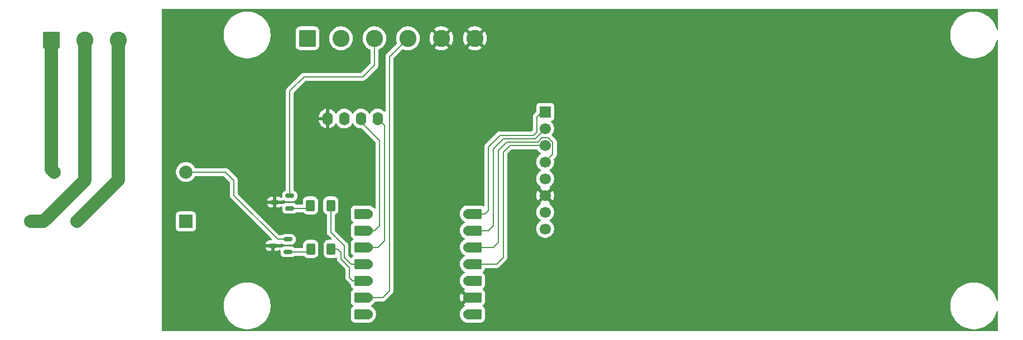
<source format=gbl>
%TF.GenerationSoftware,KiCad,Pcbnew,9.0.2*%
%TF.CreationDate,2025-08-19T17:48:26+02:00*%
%TF.ProjectId,esp32c6-charger,65737033-3263-4362-9d63-686172676572,rev?*%
%TF.SameCoordinates,Original*%
%TF.FileFunction,Copper,L2,Bot*%
%TF.FilePolarity,Positive*%
%FSLAX45Y45*%
G04 Gerber Fmt 4.5, Leading zero omitted, Abs format (unit mm)*
G04 Created by KiCad (PCBNEW 9.0.2) date 2025-08-19 17:48:26*
%MOMM*%
%LPD*%
G01*
G04 APERTURE LIST*
G04 Aperture macros list*
%AMRoundRect*
0 Rectangle with rounded corners*
0 $1 Rounding radius*
0 $2 $3 $4 $5 $6 $7 $8 $9 X,Y pos of 4 corners*
0 Add a 4 corners polygon primitive as box body*
4,1,4,$2,$3,$4,$5,$6,$7,$8,$9,$2,$3,0*
0 Add four circle primitives for the rounded corners*
1,1,$1+$1,$2,$3*
1,1,$1+$1,$4,$5*
1,1,$1+$1,$6,$7*
1,1,$1+$1,$8,$9*
0 Add four rect primitives between the rounded corners*
20,1,$1+$1,$2,$3,$4,$5,0*
20,1,$1+$1,$4,$5,$6,$7,0*
20,1,$1+$1,$6,$7,$8,$9,0*
20,1,$1+$1,$8,$9,$2,$3,0*%
G04 Aperture macros list end*
%TA.AperFunction,ComponentPad*%
%ADD10O,1.600000X2.000000*%
%TD*%
%TA.AperFunction,ComponentPad*%
%ADD11R,1.700000X1.700000*%
%TD*%
%TA.AperFunction,ComponentPad*%
%ADD12C,1.700000*%
%TD*%
%TA.AperFunction,SMDPad,CuDef*%
%ADD13RoundRect,0.152400X1.063600X0.609600X-1.063600X0.609600X-1.063600X-0.609600X1.063600X-0.609600X0*%
%TD*%
%TA.AperFunction,ComponentPad*%
%ADD14C,1.524000*%
%TD*%
%TA.AperFunction,SMDPad,CuDef*%
%ADD15RoundRect,0.152400X-1.063600X-0.609600X1.063600X-0.609600X1.063600X0.609600X-1.063600X0.609600X0*%
%TD*%
%TA.AperFunction,SMDPad,CuDef*%
%ADD16RoundRect,0.150000X0.512500X0.150000X-0.512500X0.150000X-0.512500X-0.150000X0.512500X-0.150000X0*%
%TD*%
%TA.AperFunction,SMDPad,CuDef*%
%ADD17RoundRect,0.250000X0.400000X0.625000X-0.400000X0.625000X-0.400000X-0.625000X0.400000X-0.625000X0*%
%TD*%
%TA.AperFunction,ComponentPad*%
%ADD18C,2.000000*%
%TD*%
%TA.AperFunction,ComponentPad*%
%ADD19R,2.000000X2.000000*%
%TD*%
%TA.AperFunction,ComponentPad*%
%ADD20RoundRect,0.250000X-1.050000X-1.050000X1.050000X-1.050000X1.050000X1.050000X-1.050000X1.050000X0*%
%TD*%
%TA.AperFunction,ComponentPad*%
%ADD21C,2.600000*%
%TD*%
%TA.AperFunction,Conductor*%
%ADD22C,0.200000*%
%TD*%
%TA.AperFunction,Conductor*%
%ADD23C,2.000000*%
%TD*%
G04 APERTURE END LIST*
D10*
%TO.P,Brd1,1,GND*%
%TO.N,GND*%
X12776200Y-10718800D03*
%TO.P,Brd1,2,VCC*%
%TO.N,VCC*%
X13030200Y-10718800D03*
%TO.P,Brd1,3,SCL*%
%TO.N,SCL*%
X13284200Y-10718800D03*
%TO.P,Brd1,4,SDA*%
%TO.N,SDA*%
X13538200Y-10718800D03*
%TD*%
D11*
%TO.P,RFID1,1,SDA*%
%TO.N,/CS*%
X16078200Y-10617200D03*
D12*
%TO.P,RFID1,2,SCK*%
%TO.N,/SCK*%
X16078200Y-10871200D03*
%TO.P,RFID1,3,MOSI*%
%TO.N,/MOSI*%
X16078200Y-11125200D03*
%TO.P,RFID1,4,MISO*%
%TO.N,/MISO*%
X16078200Y-11379200D03*
%TO.P,RFID1,5,IRQ*%
%TO.N,unconnected-(RFID1-IRQ-Pad5)*%
X16078200Y-11633200D03*
%TO.P,RFID1,6,GND*%
%TO.N,GND*%
X16078200Y-11887200D03*
%TO.P,RFID1,7,RST*%
%TO.N,unconnected-(RFID1-RST-Pad7)*%
X16078200Y-12141200D03*
%TO.P,RFID1,8,3\u002C3V*%
%TO.N,VCC*%
X16078200Y-12395200D03*
%TD*%
D13*
%TO.P,U1,1,GPIO0/A0/D0*%
%TO.N,Net-(D1-DIN)*%
X13302300Y-13690600D03*
D14*
X13385800Y-13690600D03*
D13*
%TO.P,U1,2,GPIO1/A1/D1*%
%TO.N,/Cable Detect*%
X13302300Y-13436600D03*
D14*
X13385800Y-13436600D03*
D13*
%TO.P,U1,3,GPIO2/A2/D2*%
%TO.N,Net-(U1-GPIO2{slash}A2{slash}D2)*%
X13302300Y-13182600D03*
D14*
X13385800Y-13182600D03*
D13*
%TO.P,U1,4,GPIO21/D3*%
%TO.N,Net-(U1-GPIO21{slash}D3)*%
X13302300Y-12928600D03*
D14*
X13385800Y-12928600D03*
D13*
%TO.P,U1,5,GPIO22/D4/SDA*%
%TO.N,SDA*%
X13302300Y-12674600D03*
D14*
X13385800Y-12674600D03*
D13*
%TO.P,U1,6,GPIO23/D5/SCL*%
%TO.N,SCL*%
X13302300Y-12420600D03*
D14*
X13385800Y-12420600D03*
D13*
%TO.P,U1,7,GPIO16/D6/TX*%
%TO.N,unconnected-(U1-GPIO16{slash}D6{slash}TX-Pad7)*%
X13302300Y-12166600D03*
D14*
X13385800Y-12166600D03*
%TO.P,U1,8,GPIO17/D7/RX*%
%TO.N,/CS*%
X14909800Y-12166600D03*
D15*
X14993300Y-12166600D03*
D14*
%TO.P,U1,9,GPIO19/D8/SCK*%
%TO.N,/SCK*%
X14909800Y-12420600D03*
D15*
X14993300Y-12420600D03*
D14*
%TO.P,U1,10,GPIO20/D9/MISO*%
%TO.N,/MISO*%
X14909800Y-12674600D03*
D15*
X14993300Y-12674600D03*
D14*
%TO.P,U1,11,GPIO18/D10/MOSI*%
%TO.N,/MOSI*%
X14909800Y-12928600D03*
D15*
X14993300Y-12928600D03*
D14*
%TO.P,U1,12,3V3*%
%TO.N,VCC*%
X14909800Y-13182600D03*
D15*
X14993300Y-13182600D03*
D14*
%TO.P,U1,13,GND*%
%TO.N,GND*%
X14909800Y-13436600D03*
D15*
X14993300Y-13436600D03*
D14*
%TO.P,U1,14,VBUS*%
%TO.N,+5V*%
X14909800Y-13690600D03*
D15*
X14993300Y-13690600D03*
%TD*%
D16*
%TO.P,Q1,1,C*%
%TO.N,/Cable lock*%
X12204150Y-11893800D03*
%TO.P,Q1,2,B*%
%TO.N,Net-(Q1-B)*%
X12204150Y-12083800D03*
%TO.P,Q1,3,E*%
%TO.N,GND*%
X11976650Y-11988800D03*
%TD*%
D17*
%TO.P,R2,1*%
%TO.N,Net-(U1-GPIO2{slash}A2{slash}D2)*%
X12832200Y-12700000D03*
%TO.P,R2,2*%
%TO.N,Net-(Q2-B)*%
X12522200Y-12700000D03*
%TD*%
%TO.P,R1,1*%
%TO.N,Net-(U1-GPIO21{slash}D3)*%
X12827000Y-12039600D03*
%TO.P,R1,2*%
%TO.N,Net-(Q1-B)*%
X12517000Y-12039600D03*
%TD*%
D18*
%TO.P,K1,11*%
%TO.N,Net-(J2-Pin_1)*%
X8627150Y-11531350D03*
%TO.P,K1,12*%
%TO.N,Net-(J2-Pin_3)*%
X8977150Y-12281350D03*
%TO.P,K1,14*%
%TO.N,Net-(J2-Pin_2)*%
X8277150Y-12281350D03*
D19*
%TO.P,K1,A1*%
%TO.N,+5V*%
X10627150Y-12281350D03*
D18*
%TO.P,K1,A2*%
%TO.N,/Relais*%
X10627150Y-11531350D03*
%TD*%
D20*
%TO.P,J1,1,Pin_1*%
%TO.N,+5V*%
X12471400Y-9499600D03*
D21*
%TO.P,J1,2,Pin_2*%
%TO.N,VCC*%
X12979400Y-9499600D03*
%TO.P,J1,3,Pin_3*%
%TO.N,/Cable lock*%
X13487400Y-9499600D03*
%TO.P,J1,4,Pin_4*%
%TO.N,/Cable Detect*%
X13995400Y-9499600D03*
%TO.P,J1,5,Pin_5*%
%TO.N,GND*%
X14503400Y-9499600D03*
%TO.P,J1,6,Pin_6*%
X15011400Y-9499600D03*
%TD*%
D20*
%TO.P,J2,1,Pin_1*%
%TO.N,Net-(J2-Pin_1)*%
X8585200Y-9525000D03*
D21*
%TO.P,J2,2,Pin_2*%
%TO.N,Net-(J2-Pin_2)*%
X9093200Y-9525000D03*
%TO.P,J2,3,Pin_3*%
%TO.N,Net-(J2-Pin_3)*%
X9601200Y-9525000D03*
%TD*%
D16*
%TO.P,Q2,1,C*%
%TO.N,/Relais*%
X12178750Y-12554200D03*
%TO.P,Q2,2,B*%
%TO.N,Net-(Q2-B)*%
X12178750Y-12744200D03*
%TO.P,Q2,3,E*%
%TO.N,GND*%
X11951250Y-12649200D03*
%TD*%
D22*
%TO.N,VCC*%
X12979400Y-10668000D02*
X13030200Y-10718800D01*
%TO.N,/Cable lock*%
X13487400Y-9499600D02*
X13487400Y-9906000D01*
X13487400Y-9906000D02*
X13309600Y-10083800D01*
X12420600Y-10083800D02*
X12204150Y-10300250D01*
X13309600Y-10083800D02*
X12420600Y-10083800D01*
X12204150Y-10300250D02*
X12204150Y-11893800D01*
%TO.N,/Cable Detect*%
X13614400Y-13436600D02*
X13716000Y-13335000D01*
X13385800Y-13436600D02*
X13614400Y-13436600D01*
X13385800Y-13436600D02*
X13302300Y-13436600D01*
X13716000Y-9779000D02*
X13995400Y-9499600D01*
X13716000Y-13335000D02*
X13716000Y-9779000D01*
%TO.N,/Relais*%
X10998200Y-11531600D02*
X10997950Y-11531350D01*
X10997950Y-11531350D02*
X10627150Y-11531350D01*
X11353800Y-11658600D02*
X11226800Y-11531600D01*
X12020800Y-12554200D02*
X11353800Y-11887200D01*
X11353800Y-11887200D02*
X11353800Y-11658600D01*
X11226800Y-11531600D02*
X10998200Y-11531600D01*
X12178750Y-12554200D02*
X12020800Y-12554200D01*
%TO.N,Net-(Q1-B)*%
X12204150Y-12083800D02*
X12472800Y-12083800D01*
X12472800Y-12083800D02*
X12517000Y-12039600D01*
%TO.N,Net-(Q2-B)*%
X12478000Y-12744200D02*
X12522200Y-12700000D01*
X12178750Y-12744200D02*
X12478000Y-12744200D01*
%TO.N,Net-(U1-GPIO21{slash}D3)*%
X12827000Y-12446000D02*
X13030200Y-12649200D01*
X13131800Y-12928600D02*
X13302300Y-12928600D01*
X13030200Y-12649200D02*
X13030200Y-12827000D01*
X12827000Y-12039600D02*
X12827000Y-12446000D01*
X13030200Y-12827000D02*
X13131800Y-12928600D01*
%TO.N,Net-(U1-GPIO2{slash}A2{slash}D2)*%
X13302300Y-13182600D02*
X13302300Y-13175300D01*
X12832200Y-12700000D02*
X12928600Y-12700000D01*
X13106400Y-12979400D02*
X13106400Y-13131800D01*
X12979400Y-12852400D02*
X13106400Y-12979400D01*
X12852400Y-12725400D02*
X12832200Y-12725400D01*
X12928600Y-12700000D02*
X12979400Y-12750800D01*
X13106400Y-13131800D02*
X13157200Y-13182600D01*
X12979400Y-12750800D02*
X12979400Y-12852400D01*
X13157200Y-13182600D02*
X13302300Y-13182600D01*
D23*
%TO.N,Net-(J2-Pin_2)*%
X9093200Y-11658600D02*
X8470450Y-12281350D01*
X8470450Y-12281350D02*
X8277150Y-12281350D01*
X9093200Y-9601200D02*
X9093200Y-11658600D01*
%TO.N,Net-(J2-Pin_1)*%
X8585200Y-11489400D02*
X8627150Y-11531350D01*
X8585200Y-9601200D02*
X8585200Y-11489400D01*
%TO.N,Net-(J2-Pin_3)*%
X9601200Y-9601200D02*
X9601200Y-11657300D01*
X9601200Y-11657300D02*
X8977150Y-12281350D01*
D22*
%TO.N,SCL*%
X13487400Y-12420600D02*
X13563600Y-12344400D01*
X13563600Y-12344400D02*
X13563600Y-11049000D01*
X13302300Y-12420600D02*
X13487400Y-12420600D01*
X13284200Y-10769600D02*
X13284200Y-10718800D01*
X13563600Y-11049000D02*
X13284200Y-10769600D01*
%TO.N,SDA*%
X13639800Y-10820400D02*
X13639800Y-12573000D01*
X13538200Y-10718800D02*
X13639800Y-10820400D01*
X13538200Y-12674600D02*
X13385800Y-12674600D01*
X13639800Y-12573000D02*
X13538200Y-12674600D01*
%TO.N,/CS*%
X16027400Y-10617200D02*
X16078200Y-10617200D01*
X15951200Y-10693400D02*
X16027400Y-10617200D01*
X15214600Y-12115800D02*
X15214600Y-11150600D01*
X15392400Y-10972800D02*
X15900400Y-10972800D01*
X15951200Y-10922000D02*
X15951200Y-10693400D01*
X14993300Y-12166600D02*
X15163800Y-12166600D01*
X15163800Y-12166600D02*
X15214600Y-12115800D01*
X15900400Y-10972800D02*
X15951200Y-10922000D01*
X15214600Y-11150600D02*
X15392400Y-10972800D01*
%TO.N,/MOSI*%
X15443200Y-12827000D02*
X15341600Y-12928600D01*
X15341600Y-12928600D02*
X14993300Y-12928600D01*
X16078200Y-11125200D02*
X15544800Y-11125200D01*
X15544800Y-11125200D02*
X15443200Y-11226800D01*
X15443200Y-11226800D02*
X15443200Y-12827000D01*
%TO.N,/SCK*%
X15290800Y-12344400D02*
X15214600Y-12420600D01*
X16078200Y-10871200D02*
X15925800Y-11023600D01*
X15214600Y-12420600D02*
X14993300Y-12420600D01*
X15290800Y-11176000D02*
X15290800Y-12344400D01*
X15443200Y-11023600D02*
X15290800Y-11176000D01*
X15925800Y-11023600D02*
X15443200Y-11023600D01*
%TO.N,/MISO*%
X16193300Y-11264100D02*
X16193300Y-11077524D01*
X15290800Y-12674600D02*
X14993300Y-12674600D01*
X16030524Y-11010100D02*
X15966224Y-11074400D01*
X15494000Y-11074400D02*
X15367000Y-11201400D01*
X16078200Y-11379200D02*
X16193300Y-11264100D01*
X16125876Y-11010100D02*
X16030524Y-11010100D01*
X15966224Y-11074400D02*
X15494000Y-11074400D01*
X15367000Y-12598400D02*
X15290800Y-12674600D01*
X16193300Y-11077524D02*
X16125876Y-11010100D01*
X15367000Y-11201400D02*
X15367000Y-12598400D01*
%TD*%
%TA.AperFunction,Conductor*%
%TO.N,GND*%
G36*
X22944254Y-9052019D02*
G01*
X22948829Y-9057299D01*
X22949950Y-9062450D01*
X22949950Y-9360743D01*
X22947981Y-9367447D01*
X22942701Y-9372022D01*
X22935785Y-9373017D01*
X22929430Y-9370114D01*
X22925652Y-9364237D01*
X22925388Y-9363162D01*
X22925201Y-9362219D01*
X22925200Y-9362218D01*
X22925200Y-9362218D01*
X22925200Y-9362218D01*
X22915049Y-9328754D01*
X22901667Y-9296447D01*
X22885183Y-9265607D01*
X22865755Y-9236531D01*
X22843571Y-9209500D01*
X22843571Y-9209500D01*
X22843570Y-9209499D01*
X22818844Y-9184773D01*
X22791813Y-9162589D01*
X22791813Y-9162589D01*
X22791812Y-9162589D01*
X22762737Y-9143161D01*
X22762736Y-9143160D01*
X22762735Y-9143160D01*
X22731897Y-9126677D01*
X22731897Y-9126676D01*
X22699589Y-9113294D01*
X22666125Y-9103143D01*
X22666124Y-9103143D01*
X22631829Y-9096321D01*
X22631828Y-9096321D01*
X22605511Y-9093729D01*
X22597028Y-9092894D01*
X22562059Y-9092894D01*
X22554213Y-9093666D01*
X22527259Y-9096321D01*
X22527257Y-9096321D01*
X22492963Y-9103143D01*
X22492962Y-9103143D01*
X22459497Y-9113294D01*
X22427190Y-9126676D01*
X22427190Y-9126677D01*
X22396351Y-9143160D01*
X22396350Y-9143161D01*
X22367275Y-9162588D01*
X22367274Y-9162589D01*
X22340243Y-9184773D01*
X22315517Y-9209499D01*
X22293332Y-9236531D01*
X22293331Y-9236532D01*
X22273905Y-9265606D01*
X22273904Y-9265608D01*
X22257420Y-9296446D01*
X22257420Y-9296447D01*
X22244038Y-9328754D01*
X22233886Y-9362218D01*
X22233886Y-9362220D01*
X22227065Y-9396514D01*
X22227064Y-9396516D01*
X22224772Y-9419795D01*
X22223637Y-9431315D01*
X22223637Y-9434457D01*
X22223637Y-9466285D01*
X22224667Y-9476746D01*
X22227064Y-9501084D01*
X22227065Y-9501086D01*
X22233886Y-9535380D01*
X22233886Y-9535382D01*
X22244038Y-9568846D01*
X22248402Y-9579383D01*
X22255628Y-9596828D01*
X22257420Y-9601153D01*
X22257420Y-9601154D01*
X22273904Y-9631992D01*
X22273905Y-9631994D01*
X22293331Y-9661068D01*
X22293332Y-9661069D01*
X22315517Y-9688101D01*
X22340243Y-9712827D01*
X22340243Y-9712827D01*
X22340243Y-9712827D01*
X22367275Y-9735012D01*
X22396350Y-9754439D01*
X22396351Y-9754440D01*
X22396351Y-9754440D01*
X22427190Y-9770923D01*
X22427190Y-9770923D01*
X22427190Y-9770924D01*
X22459498Y-9784306D01*
X22492961Y-9794457D01*
X22492962Y-9794457D01*
X22492962Y-9794457D01*
X22492963Y-9794457D01*
X22514469Y-9798735D01*
X22527258Y-9801279D01*
X22562059Y-9804707D01*
X22562059Y-9804707D01*
X22597028Y-9804707D01*
X22597028Y-9804707D01*
X22631829Y-9801279D01*
X22648805Y-9797902D01*
X22666124Y-9794457D01*
X22666125Y-9794457D01*
X22666125Y-9794457D01*
X22666126Y-9794457D01*
X22699589Y-9784306D01*
X22731897Y-9770924D01*
X22762737Y-9754439D01*
X22791812Y-9735012D01*
X22818844Y-9712827D01*
X22843571Y-9688100D01*
X22865755Y-9661069D01*
X22885183Y-9631993D01*
X22901667Y-9601153D01*
X22915049Y-9568846D01*
X22925200Y-9535383D01*
X22925388Y-9534438D01*
X22928627Y-9528247D01*
X22934698Y-9524789D01*
X22941675Y-9525163D01*
X22947342Y-9529250D01*
X22949901Y-9535752D01*
X22949950Y-9536857D01*
X22949950Y-13475543D01*
X22947981Y-13482247D01*
X22942701Y-13486822D01*
X22935785Y-13487817D01*
X22929430Y-13484914D01*
X22925652Y-13479036D01*
X22925388Y-13477962D01*
X22925201Y-13477019D01*
X22925200Y-13477018D01*
X22925200Y-13477018D01*
X22925200Y-13477017D01*
X22915049Y-13443554D01*
X22901667Y-13411247D01*
X22901083Y-13410154D01*
X22885183Y-13380408D01*
X22885183Y-13380408D01*
X22885183Y-13380407D01*
X22865755Y-13351331D01*
X22843571Y-13324300D01*
X22843571Y-13324299D01*
X22843570Y-13324299D01*
X22818844Y-13299573D01*
X22791813Y-13277389D01*
X22791813Y-13277389D01*
X22791812Y-13277388D01*
X22762737Y-13257961D01*
X22762736Y-13257960D01*
X22762735Y-13257960D01*
X22731897Y-13241477D01*
X22731897Y-13241476D01*
X22699589Y-13228094D01*
X22666125Y-13217943D01*
X22666124Y-13217943D01*
X22631829Y-13211121D01*
X22631828Y-13211121D01*
X22605511Y-13208529D01*
X22597028Y-13207693D01*
X22562059Y-13207693D01*
X22554213Y-13208466D01*
X22527259Y-13211121D01*
X22527257Y-13211121D01*
X22492963Y-13217943D01*
X22492962Y-13217943D01*
X22459497Y-13228094D01*
X22427190Y-13241476D01*
X22427190Y-13241477D01*
X22396351Y-13257960D01*
X22396350Y-13257961D01*
X22367275Y-13277388D01*
X22367274Y-13277389D01*
X22340243Y-13299573D01*
X22315517Y-13324299D01*
X22293332Y-13351330D01*
X22293331Y-13351332D01*
X22273905Y-13380406D01*
X22273904Y-13380408D01*
X22257420Y-13411246D01*
X22257420Y-13411247D01*
X22244038Y-13443554D01*
X22233886Y-13477018D01*
X22233886Y-13477019D01*
X22227065Y-13511314D01*
X22227064Y-13511316D01*
X22223637Y-13546116D01*
X22223637Y-13581084D01*
X22227064Y-13615884D01*
X22227065Y-13615886D01*
X22233886Y-13650180D01*
X22233886Y-13650181D01*
X22244038Y-13683646D01*
X22253500Y-13706491D01*
X22255628Y-13711628D01*
X22257420Y-13715953D01*
X22257420Y-13715954D01*
X22273904Y-13746792D01*
X22273905Y-13746794D01*
X22293331Y-13775868D01*
X22293332Y-13775869D01*
X22315517Y-13802901D01*
X22340243Y-13827627D01*
X22340243Y-13827627D01*
X22340243Y-13827627D01*
X22367275Y-13849811D01*
X22396350Y-13869239D01*
X22396351Y-13869240D01*
X22396351Y-13869240D01*
X22427190Y-13885723D01*
X22427190Y-13885723D01*
X22427190Y-13885724D01*
X22459498Y-13899106D01*
X22492961Y-13909257D01*
X22492962Y-13909257D01*
X22492962Y-13909257D01*
X22492963Y-13909257D01*
X22514469Y-13913535D01*
X22527258Y-13916079D01*
X22562059Y-13919506D01*
X22562059Y-13919506D01*
X22597028Y-13919506D01*
X22597028Y-13919506D01*
X22631829Y-13916079D01*
X22648805Y-13912702D01*
X22666124Y-13909257D01*
X22666125Y-13909257D01*
X22666125Y-13909257D01*
X22666126Y-13909257D01*
X22699589Y-13899106D01*
X22731897Y-13885724D01*
X22762737Y-13869239D01*
X22791812Y-13849811D01*
X22818844Y-13827627D01*
X22843571Y-13802900D01*
X22865755Y-13775869D01*
X22885183Y-13746793D01*
X22901667Y-13715953D01*
X22915049Y-13683646D01*
X22925200Y-13650182D01*
X22925388Y-13649238D01*
X22928627Y-13643047D01*
X22934698Y-13639589D01*
X22941675Y-13639963D01*
X22947342Y-13644050D01*
X22949901Y-13650552D01*
X22949950Y-13651657D01*
X22949950Y-13937550D01*
X22947981Y-13944254D01*
X22942701Y-13948829D01*
X22937550Y-13949950D01*
X10274000Y-13949950D01*
X10267296Y-13947981D01*
X10262721Y-13942701D01*
X10261600Y-13937550D01*
X10261600Y-13546116D01*
X11200037Y-13546116D01*
X11200037Y-13581084D01*
X11203464Y-13615884D01*
X11203465Y-13615886D01*
X11210286Y-13650180D01*
X11210286Y-13650181D01*
X11220438Y-13683646D01*
X11229900Y-13706491D01*
X11232028Y-13711628D01*
X11233820Y-13715953D01*
X11233820Y-13715954D01*
X11250303Y-13746792D01*
X11250305Y-13746794D01*
X11269731Y-13775868D01*
X11269732Y-13775869D01*
X11291917Y-13802901D01*
X11316642Y-13827627D01*
X11316643Y-13827627D01*
X11316643Y-13827627D01*
X11343675Y-13849811D01*
X11372750Y-13869239D01*
X11372751Y-13869240D01*
X11372751Y-13869240D01*
X11403590Y-13885723D01*
X11403590Y-13885723D01*
X11403590Y-13885724D01*
X11435898Y-13899106D01*
X11469361Y-13909257D01*
X11469362Y-13909257D01*
X11469362Y-13909257D01*
X11469363Y-13909257D01*
X11490869Y-13913535D01*
X11503658Y-13916079D01*
X11538459Y-13919506D01*
X11538459Y-13919506D01*
X11573428Y-13919506D01*
X11573428Y-13919506D01*
X11608229Y-13916079D01*
X11625205Y-13912702D01*
X11642524Y-13909257D01*
X11642525Y-13909257D01*
X11642525Y-13909257D01*
X11642526Y-13909257D01*
X11675989Y-13899106D01*
X11708297Y-13885724D01*
X11739137Y-13869239D01*
X11768212Y-13849811D01*
X11795244Y-13827627D01*
X11819971Y-13802900D01*
X11842155Y-13775869D01*
X11861583Y-13746793D01*
X11878067Y-13715953D01*
X11891449Y-13683646D01*
X11901600Y-13650182D01*
X11901600Y-13650181D01*
X11901601Y-13650180D01*
X11906723Y-13624431D01*
X11908422Y-13615885D01*
X11911850Y-13581085D01*
X11911850Y-13546115D01*
X11908422Y-13511315D01*
X11905751Y-13497884D01*
X11901601Y-13477019D01*
X11901600Y-13477018D01*
X11901600Y-13477018D01*
X11901600Y-13477017D01*
X11891449Y-13443554D01*
X11878067Y-13411247D01*
X11877483Y-13410154D01*
X11861583Y-13380408D01*
X11861583Y-13380408D01*
X11861583Y-13380407D01*
X11842155Y-13351331D01*
X11819971Y-13324300D01*
X11819971Y-13324299D01*
X11819970Y-13324299D01*
X11795244Y-13299573D01*
X11768213Y-13277389D01*
X11768213Y-13277389D01*
X11768212Y-13277388D01*
X11739137Y-13257961D01*
X11739136Y-13257960D01*
X11739135Y-13257960D01*
X11708297Y-13241477D01*
X11708297Y-13241476D01*
X11675989Y-13228094D01*
X11642525Y-13217943D01*
X11642524Y-13217943D01*
X11608229Y-13211121D01*
X11608228Y-13211121D01*
X11581911Y-13208529D01*
X11573428Y-13207693D01*
X11538459Y-13207693D01*
X11530613Y-13208466D01*
X11503659Y-13211121D01*
X11503657Y-13211121D01*
X11469363Y-13217943D01*
X11469362Y-13217943D01*
X11435897Y-13228094D01*
X11403590Y-13241476D01*
X11403590Y-13241477D01*
X11372751Y-13257960D01*
X11372750Y-13257961D01*
X11343675Y-13277388D01*
X11343674Y-13277389D01*
X11316642Y-13299573D01*
X11291917Y-13324299D01*
X11269732Y-13351330D01*
X11269731Y-13351332D01*
X11250305Y-13380406D01*
X11250303Y-13380408D01*
X11233820Y-13411246D01*
X11233820Y-13411247D01*
X11220438Y-13443554D01*
X11210286Y-13477018D01*
X11210286Y-13477019D01*
X11203465Y-13511314D01*
X11203464Y-13511316D01*
X11200037Y-13546116D01*
X10261600Y-13546116D01*
X10261600Y-12674200D01*
X11835270Y-12674200D01*
X11835290Y-12674449D01*
X11839872Y-12690220D01*
X11848231Y-12704355D01*
X11848232Y-12704356D01*
X11859844Y-12715968D01*
X11859845Y-12715968D01*
X11873980Y-12724328D01*
X11873981Y-12724328D01*
X11889750Y-12728910D01*
X11889751Y-12728910D01*
X11893435Y-12729200D01*
X11893437Y-12729200D01*
X11926250Y-12729200D01*
X11926250Y-12674200D01*
X11976250Y-12674200D01*
X11976250Y-12729200D01*
X12009063Y-12729200D01*
X12009065Y-12729200D01*
X12012749Y-12728910D01*
X12012749Y-12728910D01*
X12028519Y-12724328D01*
X12028520Y-12724328D01*
X12043327Y-12715571D01*
X12043429Y-12715743D01*
X12048953Y-12713574D01*
X12055804Y-12714942D01*
X12060829Y-12719797D01*
X12062450Y-12725926D01*
X12062450Y-12765770D01*
X12062740Y-12769457D01*
X12062740Y-12769457D01*
X12067325Y-12785239D01*
X12067325Y-12785240D01*
X12067326Y-12785240D01*
X12068697Y-12787559D01*
X12075692Y-12799386D01*
X12075692Y-12799387D01*
X12087313Y-12811008D01*
X12087313Y-12811008D01*
X12087313Y-12811008D01*
X12101460Y-12819374D01*
X12105622Y-12820584D01*
X12117243Y-12823960D01*
X12117243Y-12823960D01*
X12117243Y-12823960D01*
X12120931Y-12824250D01*
X12120931Y-12824250D01*
X12236569Y-12824250D01*
X12236569Y-12824250D01*
X12240257Y-12823960D01*
X12240257Y-12823960D01*
X12240257Y-12823960D01*
X12248769Y-12821487D01*
X12256040Y-12819374D01*
X12270186Y-12811008D01*
X12273313Y-12807882D01*
X12279445Y-12804533D01*
X12282081Y-12804250D01*
X12412881Y-12804250D01*
X12419585Y-12806218D01*
X12422608Y-12808959D01*
X12422929Y-12809365D01*
X12422929Y-12809366D01*
X12435334Y-12821771D01*
X12450267Y-12830981D01*
X12466920Y-12836500D01*
X12477199Y-12837550D01*
X12567201Y-12837550D01*
X12567202Y-12837550D01*
X12567202Y-12837550D01*
X12572830Y-12836975D01*
X12577480Y-12836500D01*
X12594133Y-12830981D01*
X12609066Y-12821771D01*
X12621471Y-12809366D01*
X12630681Y-12794433D01*
X12636200Y-12777780D01*
X12637250Y-12767501D01*
X12637250Y-12632499D01*
X12636200Y-12622220D01*
X12630681Y-12605567D01*
X12621471Y-12590634D01*
X12609066Y-12578229D01*
X12594133Y-12569019D01*
X12577480Y-12563500D01*
X12577479Y-12563500D01*
X12567201Y-12562450D01*
X12477200Y-12562450D01*
X12477198Y-12562450D01*
X12466920Y-12563500D01*
X12466920Y-12563500D01*
X12450267Y-12569018D01*
X12450266Y-12569019D01*
X12435334Y-12578229D01*
X12422929Y-12590634D01*
X12413719Y-12605566D01*
X12413718Y-12605567D01*
X12411945Y-12610918D01*
X12408200Y-12622220D01*
X12408200Y-12622220D01*
X12408200Y-12622220D01*
X12407150Y-12632498D01*
X12407150Y-12671750D01*
X12405181Y-12678454D01*
X12399901Y-12683029D01*
X12394750Y-12684150D01*
X12282081Y-12684150D01*
X12275377Y-12682181D01*
X12273313Y-12680518D01*
X12270187Y-12677392D01*
X12270186Y-12677392D01*
X12256040Y-12669025D01*
X12256039Y-12669025D01*
X12240257Y-12664440D01*
X12240257Y-12664440D01*
X12236570Y-12664150D01*
X12236569Y-12664150D01*
X12120931Y-12664150D01*
X12120930Y-12664150D01*
X12117243Y-12664440D01*
X12117243Y-12664440D01*
X12101461Y-12669025D01*
X12101460Y-12669025D01*
X12087314Y-12677392D01*
X12086697Y-12677870D01*
X12086566Y-12677702D01*
X12081395Y-12680525D01*
X12074426Y-12680025D01*
X12069656Y-12676825D01*
X12067230Y-12674200D01*
X11976250Y-12674200D01*
X11926250Y-12674200D01*
X11835270Y-12674200D01*
X11835270Y-12674200D01*
X10261600Y-12674200D01*
X10261600Y-12176563D01*
X10477100Y-12176563D01*
X10477100Y-12386137D01*
X10477100Y-12386138D01*
X10477741Y-12392098D01*
X10482770Y-12405583D01*
X10482771Y-12405583D01*
X10491395Y-12417104D01*
X10491396Y-12417105D01*
X10502916Y-12425729D01*
X10502917Y-12425730D01*
X10516402Y-12430759D01*
X10516402Y-12430759D01*
X10517094Y-12430833D01*
X10522363Y-12431400D01*
X10731937Y-12431400D01*
X10737898Y-12430759D01*
X10751383Y-12425730D01*
X10762905Y-12417105D01*
X10771530Y-12405583D01*
X10776559Y-12392098D01*
X10777200Y-12386137D01*
X10777200Y-12176563D01*
X10776559Y-12170602D01*
X10776552Y-12170581D01*
X10771530Y-12157117D01*
X10771529Y-12157116D01*
X10762905Y-12145595D01*
X10762904Y-12145595D01*
X10751384Y-12136971D01*
X10751383Y-12136970D01*
X10737898Y-12131941D01*
X10737898Y-12131941D01*
X10731938Y-12131300D01*
X10731938Y-12131300D01*
X10731937Y-12131300D01*
X10731936Y-12131300D01*
X10522363Y-12131300D01*
X10522362Y-12131300D01*
X10516402Y-12131941D01*
X10502917Y-12136970D01*
X10502916Y-12136971D01*
X10491396Y-12145595D01*
X10491395Y-12145595D01*
X10482771Y-12157116D01*
X10482770Y-12157117D01*
X10477741Y-12170602D01*
X10477100Y-12176562D01*
X10477100Y-12176562D01*
X10477100Y-12176563D01*
X10261600Y-12176563D01*
X10261600Y-11519540D01*
X10477100Y-11519540D01*
X10477100Y-11543160D01*
X10480795Y-11566487D01*
X10488093Y-11588950D01*
X10498816Y-11609993D01*
X10512698Y-11629101D01*
X10529399Y-11645802D01*
X10548507Y-11659684D01*
X10558449Y-11664750D01*
X10569550Y-11670407D01*
X10569551Y-11670407D01*
X10569551Y-11670407D01*
X10581591Y-11674319D01*
X10592013Y-11677705D01*
X10615340Y-11681400D01*
X10615341Y-11681400D01*
X10638960Y-11681400D01*
X10662287Y-11677705D01*
X10684749Y-11670407D01*
X10705793Y-11659684D01*
X10724901Y-11645802D01*
X10741602Y-11629101D01*
X10755484Y-11609993D01*
X10761508Y-11598170D01*
X10766306Y-11593091D01*
X10772557Y-11591400D01*
X10987729Y-11591400D01*
X10987891Y-11591401D01*
X10989441Y-11591421D01*
X10990294Y-11591650D01*
X11006106Y-11591650D01*
X11006106Y-11591650D01*
X11196790Y-11591650D01*
X11203494Y-11593618D01*
X11205558Y-11595282D01*
X11290118Y-11679842D01*
X11293467Y-11685974D01*
X11293750Y-11688610D01*
X11293750Y-11878533D01*
X11293750Y-11878535D01*
X11293750Y-11895105D01*
X11293750Y-11895105D01*
X11293750Y-11895106D01*
X11297842Y-11910378D01*
X11300724Y-11915369D01*
X11305748Y-11924071D01*
X11305748Y-11924072D01*
X11317635Y-11935958D01*
X11317635Y-11935959D01*
X11929708Y-12548032D01*
X11933057Y-12554164D01*
X11932558Y-12561133D01*
X11928371Y-12566727D01*
X11921825Y-12569168D01*
X11920940Y-12569200D01*
X11893435Y-12569200D01*
X11889751Y-12569490D01*
X11889750Y-12569490D01*
X11873981Y-12574072D01*
X11873980Y-12574072D01*
X11859845Y-12582431D01*
X11859844Y-12582432D01*
X11848232Y-12594044D01*
X11848231Y-12594045D01*
X11839872Y-12608180D01*
X11835290Y-12623951D01*
X11835270Y-12624200D01*
X11835270Y-12624200D01*
X12067229Y-12624200D01*
X12069656Y-12621575D01*
X12075652Y-12617988D01*
X12082635Y-12618213D01*
X12086601Y-12620653D01*
X12086697Y-12620530D01*
X12087313Y-12621008D01*
X12087313Y-12621008D01*
X12101460Y-12629374D01*
X12105622Y-12630584D01*
X12117243Y-12633960D01*
X12117243Y-12633960D01*
X12117243Y-12633960D01*
X12120931Y-12634250D01*
X12120931Y-12634250D01*
X12236569Y-12634250D01*
X12236569Y-12634250D01*
X12240257Y-12633960D01*
X12240257Y-12633960D01*
X12240257Y-12633960D01*
X12245287Y-12632498D01*
X12256040Y-12629374D01*
X12270186Y-12621008D01*
X12281808Y-12609386D01*
X12290174Y-12595240D01*
X12294760Y-12579457D01*
X12295050Y-12575769D01*
X12295050Y-12532631D01*
X12294760Y-12528943D01*
X12293306Y-12523940D01*
X12290174Y-12513161D01*
X12290174Y-12513160D01*
X12290174Y-12513160D01*
X12281808Y-12499013D01*
X12281808Y-12499013D01*
X12281808Y-12499013D01*
X12270187Y-12487392D01*
X12270186Y-12487392D01*
X12257952Y-12480156D01*
X12256040Y-12479026D01*
X12256040Y-12479025D01*
X12256040Y-12479025D01*
X12256039Y-12479025D01*
X12240257Y-12474440D01*
X12240257Y-12474440D01*
X12236570Y-12474150D01*
X12236569Y-12474150D01*
X12120931Y-12474150D01*
X12120930Y-12474150D01*
X12117243Y-12474440D01*
X12117243Y-12474440D01*
X12101461Y-12479025D01*
X12101460Y-12479025D01*
X12087314Y-12487392D01*
X12087313Y-12487392D01*
X12084187Y-12490518D01*
X12081494Y-12491988D01*
X12078913Y-12493648D01*
X12078293Y-12493737D01*
X12078055Y-12493867D01*
X12075419Y-12494150D01*
X12050810Y-12494150D01*
X12044106Y-12492181D01*
X12042042Y-12490518D01*
X11565324Y-12013800D01*
X11860670Y-12013800D01*
X11860690Y-12014049D01*
X11865272Y-12029820D01*
X11873631Y-12043955D01*
X11873632Y-12043956D01*
X11885244Y-12055568D01*
X11885245Y-12055568D01*
X11899380Y-12063928D01*
X11899381Y-12063928D01*
X11915150Y-12068510D01*
X11915151Y-12068510D01*
X11918835Y-12068800D01*
X11918837Y-12068800D01*
X11951650Y-12068800D01*
X11951650Y-12013800D01*
X12001650Y-12013800D01*
X12001650Y-12068800D01*
X12034463Y-12068800D01*
X12034465Y-12068800D01*
X12038149Y-12068510D01*
X12038149Y-12068510D01*
X12053919Y-12063928D01*
X12053920Y-12063928D01*
X12068727Y-12055171D01*
X12068829Y-12055343D01*
X12074353Y-12053174D01*
X12081204Y-12054542D01*
X12086229Y-12059397D01*
X12087850Y-12065526D01*
X12087850Y-12105370D01*
X12088140Y-12109057D01*
X12088140Y-12109057D01*
X12092725Y-12124839D01*
X12092725Y-12124840D01*
X12101092Y-12138986D01*
X12101092Y-12138987D01*
X12112713Y-12150608D01*
X12112713Y-12150608D01*
X12112713Y-12150608D01*
X12126860Y-12158974D01*
X12131022Y-12160184D01*
X12142643Y-12163560D01*
X12142643Y-12163560D01*
X12142643Y-12163560D01*
X12146331Y-12163850D01*
X12146331Y-12163850D01*
X12261969Y-12163850D01*
X12261969Y-12163850D01*
X12265657Y-12163560D01*
X12265657Y-12163560D01*
X12265657Y-12163560D01*
X12273191Y-12161371D01*
X12281440Y-12158974D01*
X12295586Y-12150608D01*
X12298713Y-12147482D01*
X12304845Y-12144133D01*
X12307481Y-12143850D01*
X12407681Y-12143850D01*
X12414385Y-12145818D01*
X12417408Y-12148559D01*
X12417729Y-12148965D01*
X12417729Y-12148966D01*
X12430134Y-12161371D01*
X12445067Y-12170581D01*
X12461720Y-12176100D01*
X12471999Y-12177150D01*
X12562001Y-12177150D01*
X12562002Y-12177150D01*
X12562002Y-12177150D01*
X12567748Y-12176563D01*
X12572280Y-12176100D01*
X12588933Y-12170581D01*
X12603866Y-12161371D01*
X12616271Y-12148966D01*
X12625481Y-12134033D01*
X12631000Y-12117380D01*
X12632050Y-12107101D01*
X12632050Y-11972099D01*
X12631000Y-11961820D01*
X12625481Y-11945167D01*
X12616271Y-11930234D01*
X12603866Y-11917829D01*
X12588933Y-11908619D01*
X12572280Y-11903100D01*
X12572279Y-11903100D01*
X12562001Y-11902050D01*
X12472000Y-11902050D01*
X12471998Y-11902050D01*
X12461720Y-11903100D01*
X12461720Y-11903100D01*
X12445067Y-11908618D01*
X12445066Y-11908619D01*
X12430134Y-11917829D01*
X12417729Y-11930234D01*
X12408519Y-11945166D01*
X12408518Y-11945167D01*
X12407253Y-11948986D01*
X12403000Y-11961820D01*
X12403000Y-11961820D01*
X12403000Y-11961820D01*
X12401950Y-11972098D01*
X12401950Y-12011350D01*
X12399981Y-12018054D01*
X12394701Y-12022629D01*
X12389550Y-12023750D01*
X12307481Y-12023750D01*
X12300777Y-12021781D01*
X12298713Y-12020118D01*
X12295587Y-12016992D01*
X12295586Y-12016992D01*
X12281440Y-12008625D01*
X12281439Y-12008625D01*
X12265657Y-12004040D01*
X12265657Y-12004040D01*
X12261970Y-12003750D01*
X12261969Y-12003750D01*
X12146331Y-12003750D01*
X12146330Y-12003750D01*
X12142643Y-12004040D01*
X12142643Y-12004040D01*
X12126861Y-12008625D01*
X12126860Y-12008625D01*
X12112714Y-12016992D01*
X12112097Y-12017470D01*
X12111966Y-12017302D01*
X12106795Y-12020125D01*
X12099826Y-12019625D01*
X12095056Y-12016425D01*
X12092630Y-12013800D01*
X12001650Y-12013800D01*
X11951650Y-12013800D01*
X11860670Y-12013800D01*
X11860670Y-12013800D01*
X11565324Y-12013800D01*
X11515323Y-11963800D01*
X11860670Y-11963800D01*
X11860670Y-11963800D01*
X11951650Y-11963800D01*
X11951650Y-11908800D01*
X12001650Y-11908800D01*
X12001650Y-11963800D01*
X12092629Y-11963800D01*
X12095056Y-11961175D01*
X12101052Y-11957588D01*
X12108035Y-11957813D01*
X12112001Y-11960253D01*
X12112097Y-11960130D01*
X12112713Y-11960608D01*
X12112713Y-11960608D01*
X12126860Y-11968974D01*
X12131022Y-11970184D01*
X12142643Y-11973560D01*
X12142643Y-11973560D01*
X12142643Y-11973560D01*
X12146331Y-11973850D01*
X12146331Y-11973850D01*
X12261969Y-11973850D01*
X12261969Y-11973850D01*
X12265657Y-11973560D01*
X12265657Y-11973560D01*
X12265657Y-11973560D01*
X12269819Y-11972350D01*
X12281440Y-11968974D01*
X12295586Y-11960608D01*
X12307208Y-11948986D01*
X12315574Y-11934840D01*
X12320160Y-11919057D01*
X12320450Y-11915369D01*
X12320450Y-11872231D01*
X12320160Y-11868543D01*
X12315574Y-11852760D01*
X12307208Y-11838613D01*
X12307208Y-11838613D01*
X12307208Y-11838613D01*
X12295587Y-11826992D01*
X12295586Y-11826992D01*
X12281440Y-11818625D01*
X12281439Y-11818625D01*
X12273140Y-11816214D01*
X12267252Y-11812454D01*
X12264331Y-11806106D01*
X12264200Y-11804307D01*
X12264200Y-10688568D01*
X12646200Y-10688568D01*
X12646200Y-10693800D01*
X12732899Y-10693800D01*
X12729607Y-10699501D01*
X12726200Y-10712217D01*
X12726200Y-10725383D01*
X12729607Y-10738099D01*
X12732899Y-10743800D01*
X12646200Y-10743800D01*
X12646200Y-10749032D01*
X12649401Y-10769242D01*
X12655724Y-10788703D01*
X12665014Y-10806935D01*
X12677042Y-10823489D01*
X12677042Y-10823490D01*
X12691510Y-10837958D01*
X12708065Y-10849986D01*
X12726297Y-10859275D01*
X12745758Y-10865599D01*
X12751200Y-10866461D01*
X12751200Y-10762101D01*
X12756901Y-10765393D01*
X12769617Y-10768800D01*
X12782783Y-10768800D01*
X12795499Y-10765393D01*
X12801200Y-10762101D01*
X12801200Y-10866461D01*
X12806642Y-10865599D01*
X12826103Y-10859275D01*
X12844335Y-10849986D01*
X12860889Y-10837958D01*
X12860889Y-10837958D01*
X12875358Y-10823490D01*
X12875358Y-10823489D01*
X12887386Y-10806935D01*
X12892123Y-10797637D01*
X12896921Y-10792558D01*
X12903703Y-10790878D01*
X12910316Y-10793132D01*
X12914220Y-10797637D01*
X12918971Y-10806961D01*
X12931003Y-10823521D01*
X12945479Y-10837997D01*
X12960975Y-10849256D01*
X12962039Y-10850029D01*
X12973661Y-10855950D01*
X12980278Y-10859322D01*
X12980278Y-10859322D01*
X12980278Y-10859322D01*
X12987147Y-10861554D01*
X12999746Y-10865648D01*
X13008642Y-10867057D01*
X13019965Y-10868850D01*
X13019965Y-10868850D01*
X13040435Y-10868850D01*
X13040435Y-10868850D01*
X13060653Y-10865648D01*
X13080122Y-10859322D01*
X13098361Y-10850029D01*
X13107659Y-10843273D01*
X13114921Y-10837997D01*
X13114921Y-10837997D01*
X13114922Y-10837997D01*
X13129397Y-10823522D01*
X13129397Y-10823522D01*
X13129397Y-10823521D01*
X13141428Y-10806961D01*
X13141429Y-10806961D01*
X13141429Y-10806961D01*
X13146152Y-10797692D01*
X13150949Y-10792612D01*
X13157731Y-10790933D01*
X13164344Y-10793187D01*
X13168248Y-10797692D01*
X13169638Y-10800418D01*
X13172971Y-10806961D01*
X13185003Y-10823521D01*
X13199479Y-10837997D01*
X13214975Y-10849256D01*
X13216039Y-10850029D01*
X13227661Y-10855950D01*
X13234278Y-10859322D01*
X13234278Y-10859322D01*
X13234278Y-10859322D01*
X13241147Y-10861554D01*
X13253746Y-10865648D01*
X13262642Y-10867057D01*
X13273965Y-10868850D01*
X13273965Y-10868850D01*
X13293390Y-10868850D01*
X13300094Y-10870819D01*
X13302158Y-10872482D01*
X13499918Y-11070242D01*
X13503267Y-11076374D01*
X13503550Y-11079010D01*
X13503550Y-12075869D01*
X13501581Y-12082573D01*
X13496301Y-12087149D01*
X13489385Y-12088143D01*
X13483030Y-12085241D01*
X13482382Y-12084637D01*
X13468047Y-12070302D01*
X13468046Y-12070302D01*
X13460094Y-12064524D01*
X13458615Y-12063261D01*
X13448995Y-12053641D01*
X13448995Y-12053641D01*
X13448994Y-12053640D01*
X13434796Y-12045243D01*
X13434795Y-12045243D01*
X13418955Y-12040641D01*
X13418955Y-12040641D01*
X13415254Y-12040350D01*
X13415253Y-12040350D01*
X13189347Y-12040350D01*
X13189346Y-12040350D01*
X13185645Y-12040641D01*
X13185645Y-12040641D01*
X13169804Y-12045243D01*
X13169804Y-12045243D01*
X13155606Y-12053640D01*
X13155605Y-12053641D01*
X13143941Y-12065305D01*
X13143940Y-12065306D01*
X13135543Y-12079504D01*
X13135543Y-12079504D01*
X13130941Y-12095345D01*
X13130941Y-12095345D01*
X13130650Y-12099046D01*
X13130650Y-12234154D01*
X13130941Y-12237855D01*
X13130941Y-12237855D01*
X13135543Y-12253695D01*
X13135543Y-12253696D01*
X13143940Y-12267894D01*
X13143941Y-12267895D01*
X13155605Y-12279559D01*
X13155605Y-12279559D01*
X13155605Y-12279559D01*
X13161300Y-12282927D01*
X13166068Y-12288034D01*
X13167318Y-12294908D01*
X13164654Y-12301367D01*
X13161300Y-12304273D01*
X13155605Y-12307641D01*
X13155605Y-12307641D01*
X13143941Y-12319305D01*
X13143940Y-12319306D01*
X13135543Y-12333504D01*
X13135543Y-12333504D01*
X13130941Y-12349345D01*
X13130941Y-12349345D01*
X13130650Y-12353046D01*
X13130650Y-12488154D01*
X13130941Y-12491855D01*
X13130941Y-12491855D01*
X13135543Y-12507695D01*
X13135543Y-12507696D01*
X13143940Y-12521894D01*
X13143941Y-12521895D01*
X13155605Y-12533559D01*
X13155605Y-12533559D01*
X13155605Y-12533559D01*
X13161300Y-12536927D01*
X13166068Y-12542034D01*
X13167318Y-12548908D01*
X13164654Y-12555367D01*
X13161300Y-12558273D01*
X13155605Y-12561641D01*
X13155605Y-12561641D01*
X13143941Y-12573305D01*
X13143940Y-12573306D01*
X13135543Y-12587504D01*
X13135543Y-12587504D01*
X13130941Y-12603345D01*
X13130941Y-12603345D01*
X13130650Y-12607046D01*
X13130650Y-12742154D01*
X13130941Y-12745855D01*
X13130941Y-12745855D01*
X13135543Y-12761695D01*
X13135543Y-12761696D01*
X13143940Y-12775894D01*
X13143941Y-12775895D01*
X13155605Y-12787559D01*
X13155605Y-12787559D01*
X13155605Y-12787559D01*
X13161300Y-12790927D01*
X13166068Y-12796034D01*
X13167318Y-12802908D01*
X13164654Y-12809367D01*
X13161300Y-12812273D01*
X13155605Y-12815641D01*
X13155605Y-12815641D01*
X13143941Y-12827305D01*
X13143941Y-12827305D01*
X13141554Y-12831340D01*
X13141483Y-12831462D01*
X13136376Y-12836230D01*
X13129501Y-12837480D01*
X13123042Y-12834816D01*
X13122041Y-12833918D01*
X13093882Y-12805758D01*
X13090533Y-12799626D01*
X13090250Y-12796990D01*
X13090250Y-12658106D01*
X13090250Y-12658105D01*
X13090250Y-12641294D01*
X13090250Y-12641294D01*
X13086158Y-12626021D01*
X13079535Y-12614550D01*
X13078252Y-12612328D01*
X13067072Y-12601148D01*
X13067071Y-12601148D01*
X12890682Y-12424758D01*
X12887333Y-12418626D01*
X12887050Y-12415990D01*
X12887050Y-12183473D01*
X12889018Y-12176769D01*
X12894299Y-12172194D01*
X12895549Y-12171703D01*
X12898933Y-12170581D01*
X12913866Y-12161371D01*
X12926271Y-12148966D01*
X12935481Y-12134033D01*
X12941000Y-12117380D01*
X12942050Y-12107101D01*
X12942050Y-11972099D01*
X12941000Y-11961820D01*
X12935481Y-11945167D01*
X12926271Y-11930234D01*
X12913866Y-11917829D01*
X12898933Y-11908619D01*
X12882280Y-11903100D01*
X12882279Y-11903100D01*
X12872001Y-11902050D01*
X12782000Y-11902050D01*
X12781998Y-11902050D01*
X12771720Y-11903100D01*
X12771720Y-11903100D01*
X12755067Y-11908618D01*
X12755066Y-11908619D01*
X12740134Y-11917829D01*
X12727729Y-11930234D01*
X12718519Y-11945166D01*
X12718518Y-11945167D01*
X12717253Y-11948986D01*
X12713000Y-11961820D01*
X12713000Y-11961820D01*
X12713000Y-11961820D01*
X12711950Y-11972098D01*
X12711950Y-12107100D01*
X12711950Y-12107102D01*
X12713000Y-12117380D01*
X12713000Y-12117380D01*
X12718518Y-12134033D01*
X12718519Y-12134034D01*
X12721573Y-12138986D01*
X12727729Y-12148966D01*
X12740134Y-12161371D01*
X12755067Y-12170581D01*
X12758450Y-12171702D01*
X12764195Y-12175680D01*
X12766877Y-12182131D01*
X12766950Y-12183473D01*
X12766950Y-12437333D01*
X12766950Y-12437335D01*
X12766950Y-12453905D01*
X12766950Y-12453905D01*
X12766950Y-12453906D01*
X12771042Y-12469178D01*
X12772951Y-12472484D01*
X12773199Y-12472913D01*
X12773199Y-12472914D01*
X12778947Y-12482871D01*
X12778948Y-12482872D01*
X12790835Y-12494758D01*
X12790835Y-12494759D01*
X12837358Y-12541282D01*
X12840707Y-12547414D01*
X12840208Y-12554383D01*
X12836021Y-12559977D01*
X12829475Y-12562418D01*
X12828590Y-12562450D01*
X12787200Y-12562450D01*
X12787198Y-12562450D01*
X12776920Y-12563500D01*
X12776920Y-12563500D01*
X12760267Y-12569018D01*
X12760266Y-12569019D01*
X12745334Y-12578229D01*
X12732929Y-12590634D01*
X12723719Y-12605566D01*
X12723718Y-12605567D01*
X12721945Y-12610918D01*
X12718200Y-12622220D01*
X12718200Y-12622220D01*
X12718200Y-12622220D01*
X12717150Y-12632498D01*
X12717150Y-12767500D01*
X12717150Y-12767502D01*
X12718200Y-12777780D01*
X12718200Y-12777780D01*
X12723718Y-12794433D01*
X12723719Y-12794434D01*
X12725296Y-12796990D01*
X12732929Y-12809366D01*
X12745334Y-12821771D01*
X12760267Y-12830981D01*
X12776920Y-12836500D01*
X12787199Y-12837550D01*
X12877201Y-12837550D01*
X12877202Y-12837550D01*
X12877202Y-12837550D01*
X12882830Y-12836975D01*
X12887480Y-12836500D01*
X12903050Y-12831340D01*
X12905896Y-12831242D01*
X12908715Y-12830837D01*
X12909342Y-12831124D01*
X12910032Y-12831100D01*
X12912479Y-12832556D01*
X12915070Y-12833740D01*
X12915443Y-12834320D01*
X12916036Y-12834673D01*
X12917308Y-12837221D01*
X12918848Y-12839617D01*
X12918987Y-12840587D01*
X12919156Y-12840925D01*
X12919350Y-12843111D01*
X12919350Y-12843733D01*
X12919350Y-12843735D01*
X12919350Y-12860305D01*
X12919350Y-12860305D01*
X12921483Y-12868267D01*
X12923442Y-12875578D01*
X12926074Y-12880137D01*
X12931348Y-12889271D01*
X12931348Y-12889272D01*
X12943235Y-12901158D01*
X12943235Y-12901159D01*
X13042718Y-13000642D01*
X13046067Y-13006774D01*
X13046350Y-13009410D01*
X13046350Y-13123133D01*
X13046350Y-13123135D01*
X13046350Y-13139705D01*
X13046350Y-13139705D01*
X13049922Y-13153036D01*
X13050442Y-13154978D01*
X13050471Y-13155028D01*
X13050473Y-13155036D01*
X13050475Y-13155035D01*
X13058347Y-13168671D01*
X13058348Y-13168672D01*
X13070235Y-13180558D01*
X13070235Y-13180559D01*
X13109148Y-13219471D01*
X13109148Y-13219472D01*
X13120328Y-13230652D01*
X13125493Y-13233634D01*
X13126401Y-13234425D01*
X13127658Y-13236396D01*
X13129271Y-13238088D01*
X13129599Y-13239437D01*
X13130159Y-13240315D01*
X13130154Y-13241727D01*
X13130650Y-13243770D01*
X13130650Y-13250154D01*
X13130941Y-13253855D01*
X13130941Y-13253855D01*
X13135543Y-13269695D01*
X13135543Y-13269696D01*
X13143940Y-13283894D01*
X13143941Y-13283895D01*
X13155605Y-13295559D01*
X13155605Y-13295559D01*
X13155605Y-13295559D01*
X13161300Y-13298927D01*
X13166068Y-13304034D01*
X13167318Y-13310908D01*
X13164654Y-13317367D01*
X13161300Y-13320273D01*
X13155605Y-13323641D01*
X13155605Y-13323641D01*
X13143941Y-13335305D01*
X13143940Y-13335306D01*
X13135543Y-13349504D01*
X13135543Y-13349504D01*
X13130941Y-13365345D01*
X13130941Y-13365345D01*
X13130650Y-13369046D01*
X13130650Y-13504154D01*
X13130941Y-13507855D01*
X13130941Y-13507855D01*
X13135543Y-13523695D01*
X13135543Y-13523696D01*
X13143940Y-13537894D01*
X13143941Y-13537895D01*
X13155605Y-13549559D01*
X13155605Y-13549559D01*
X13155605Y-13549559D01*
X13161250Y-13552898D01*
X13161300Y-13552927D01*
X13166068Y-13558034D01*
X13167318Y-13564908D01*
X13164654Y-13571367D01*
X13161300Y-13574273D01*
X13155605Y-13577641D01*
X13155605Y-13577641D01*
X13143941Y-13589305D01*
X13143940Y-13589306D01*
X13135543Y-13603504D01*
X13135543Y-13603504D01*
X13130941Y-13619345D01*
X13130941Y-13619345D01*
X13130650Y-13623046D01*
X13130650Y-13758154D01*
X13130941Y-13761855D01*
X13130941Y-13761855D01*
X13135543Y-13777695D01*
X13135543Y-13777696D01*
X13143940Y-13791894D01*
X13143941Y-13791895D01*
X13155605Y-13803559D01*
X13155605Y-13803559D01*
X13155605Y-13803559D01*
X13169804Y-13811956D01*
X13173982Y-13813170D01*
X13185645Y-13816559D01*
X13185645Y-13816559D01*
X13185645Y-13816559D01*
X13189347Y-13816850D01*
X13189347Y-13816850D01*
X13415253Y-13816850D01*
X13415253Y-13816850D01*
X13418955Y-13816559D01*
X13418955Y-13816559D01*
X13418955Y-13816559D01*
X13423132Y-13815345D01*
X13434796Y-13811956D01*
X13448995Y-13803559D01*
X13458615Y-13793939D01*
X13460094Y-13792676D01*
X13468046Y-13786898D01*
X13482098Y-13772846D01*
X13493779Y-13756769D01*
X13502800Y-13739063D01*
X13508941Y-13720164D01*
X13512050Y-13700536D01*
X13512050Y-13680664D01*
X13508941Y-13661036D01*
X13503422Y-13644050D01*
X13502801Y-13642137D01*
X13502800Y-13642137D01*
X13493779Y-13624430D01*
X13482098Y-13608354D01*
X13468046Y-13594302D01*
X13460094Y-13588524D01*
X13459417Y-13587996D01*
X13459000Y-13587646D01*
X13448995Y-13577641D01*
X13442426Y-13573756D01*
X13441648Y-13573104D01*
X13440251Y-13571007D01*
X13438532Y-13569166D01*
X13438347Y-13568149D01*
X13437774Y-13567289D01*
X13437732Y-13564770D01*
X13437282Y-13562292D01*
X13437676Y-13561337D01*
X13437659Y-13560303D01*
X13438986Y-13558162D01*
X13439946Y-13555833D01*
X13440987Y-13554931D01*
X13441339Y-13554364D01*
X13442013Y-13554042D01*
X13443300Y-13552927D01*
X13443350Y-13552898D01*
X13448995Y-13549559D01*
X13458615Y-13539939D01*
X13460094Y-13538676D01*
X13468046Y-13532898D01*
X13482098Y-13518846D01*
X13493779Y-13502769D01*
X13493779Y-13502769D01*
X13493900Y-13502571D01*
X13493966Y-13502512D01*
X13494065Y-13502375D01*
X13494094Y-13502396D01*
X13499081Y-13497884D01*
X13504473Y-13496650D01*
X13605733Y-13496650D01*
X13605735Y-13496650D01*
X13606494Y-13496650D01*
X13622305Y-13496650D01*
X13622306Y-13496650D01*
X13637578Y-13492558D01*
X13642590Y-13489664D01*
X13651272Y-13484652D01*
X13662452Y-13473472D01*
X13662452Y-13473471D01*
X13663473Y-13472451D01*
X13663473Y-13472450D01*
X13752871Y-13383052D01*
X13752872Y-13383052D01*
X13764052Y-13371872D01*
X13769064Y-13363190D01*
X13771958Y-13358178D01*
X13776050Y-13342906D01*
X13776050Y-13327094D01*
X13776050Y-13326335D01*
X13776050Y-13326333D01*
X13776050Y-12156664D01*
X14783550Y-12156664D01*
X14783550Y-12176536D01*
X14783647Y-12177150D01*
X14786659Y-12196164D01*
X14792799Y-12215063D01*
X14792799Y-12215063D01*
X14799992Y-12229179D01*
X14801821Y-12232769D01*
X14813502Y-12248846D01*
X14813502Y-12248847D01*
X14827554Y-12262898D01*
X14835506Y-12268676D01*
X14836182Y-12269204D01*
X14836600Y-12269554D01*
X14846605Y-12279559D01*
X14853174Y-12283444D01*
X14853952Y-12284096D01*
X14855349Y-12286193D01*
X14857068Y-12288034D01*
X14857253Y-12289051D01*
X14857826Y-12289911D01*
X14857867Y-12292430D01*
X14858318Y-12294908D01*
X14857924Y-12295863D01*
X14857941Y-12296897D01*
X14856614Y-12299038D01*
X14855654Y-12301367D01*
X14854612Y-12302269D01*
X14854261Y-12302836D01*
X14853587Y-12303157D01*
X14852300Y-12304273D01*
X14846605Y-12307641D01*
X14846605Y-12307641D01*
X14836985Y-12317260D01*
X14835506Y-12318524D01*
X14827554Y-12324302D01*
X14813502Y-12338353D01*
X14801821Y-12354430D01*
X14792799Y-12372137D01*
X14792799Y-12372137D01*
X14786659Y-12391036D01*
X14783550Y-12410664D01*
X14783550Y-12430536D01*
X14786659Y-12450164D01*
X14792799Y-12469063D01*
X14792799Y-12469063D01*
X14799835Y-12482872D01*
X14801821Y-12486769D01*
X14813502Y-12502846D01*
X14813502Y-12502847D01*
X14827554Y-12516898D01*
X14835506Y-12522676D01*
X14836182Y-12523204D01*
X14836600Y-12523554D01*
X14846605Y-12533559D01*
X14853174Y-12537444D01*
X14853952Y-12538096D01*
X14855349Y-12540193D01*
X14857068Y-12542034D01*
X14857253Y-12543051D01*
X14857826Y-12543911D01*
X14857867Y-12546430D01*
X14858318Y-12548908D01*
X14857924Y-12549863D01*
X14857941Y-12550897D01*
X14856614Y-12553038D01*
X14855654Y-12555367D01*
X14854612Y-12556269D01*
X14854261Y-12556836D01*
X14853587Y-12557157D01*
X14852300Y-12558273D01*
X14846605Y-12561641D01*
X14846605Y-12561641D01*
X14836985Y-12571260D01*
X14835506Y-12572524D01*
X14827554Y-12578302D01*
X14813502Y-12592353D01*
X14801821Y-12608430D01*
X14792799Y-12626137D01*
X14792799Y-12626137D01*
X14786659Y-12645036D01*
X14783550Y-12664664D01*
X14783550Y-12684536D01*
X14786659Y-12704164D01*
X14792799Y-12723063D01*
X14792799Y-12723063D01*
X14798703Y-12734650D01*
X14801821Y-12740769D01*
X14813502Y-12756846D01*
X14813502Y-12756847D01*
X14827554Y-12770898D01*
X14835506Y-12776676D01*
X14836182Y-12777204D01*
X14836600Y-12777554D01*
X14846605Y-12787559D01*
X14853174Y-12791444D01*
X14853952Y-12792096D01*
X14855349Y-12794193D01*
X14857068Y-12796034D01*
X14857253Y-12797051D01*
X14857826Y-12797911D01*
X14857867Y-12800430D01*
X14858318Y-12802908D01*
X14857924Y-12803863D01*
X14857941Y-12804897D01*
X14856614Y-12807038D01*
X14855654Y-12809367D01*
X14854612Y-12810269D01*
X14854261Y-12810836D01*
X14853587Y-12811157D01*
X14852300Y-12812273D01*
X14846605Y-12815641D01*
X14846605Y-12815641D01*
X14836985Y-12825260D01*
X14835506Y-12826524D01*
X14827554Y-12832302D01*
X14813502Y-12846353D01*
X14801821Y-12862430D01*
X14792800Y-12880136D01*
X14786659Y-12899036D01*
X14783550Y-12918664D01*
X14783550Y-12938536D01*
X14786659Y-12958164D01*
X14792799Y-12977063D01*
X14792799Y-12977063D01*
X14798703Y-12988650D01*
X14801821Y-12994769D01*
X14813502Y-13010846D01*
X14813502Y-13010847D01*
X14827554Y-13024898D01*
X14835506Y-13030676D01*
X14836182Y-13031204D01*
X14836600Y-13031554D01*
X14846605Y-13041559D01*
X14853174Y-13045444D01*
X14853952Y-13046096D01*
X14855349Y-13048193D01*
X14857068Y-13050034D01*
X14857253Y-13051051D01*
X14857826Y-13051911D01*
X14857867Y-13054430D01*
X14858318Y-13056908D01*
X14857924Y-13057863D01*
X14857941Y-13058897D01*
X14856614Y-13061038D01*
X14855654Y-13063367D01*
X14854612Y-13064269D01*
X14854261Y-13064836D01*
X14853587Y-13065157D01*
X14852300Y-13066273D01*
X14846605Y-13069641D01*
X14846605Y-13069641D01*
X14836985Y-13079260D01*
X14835506Y-13080524D01*
X14827554Y-13086302D01*
X14813502Y-13100353D01*
X14801821Y-13116430D01*
X14792799Y-13134137D01*
X14792799Y-13134137D01*
X14786659Y-13153036D01*
X14783550Y-13172664D01*
X14783550Y-13192536D01*
X14786659Y-13212164D01*
X14792799Y-13231063D01*
X14792799Y-13231063D01*
X14799274Y-13243770D01*
X14801821Y-13248769D01*
X14813502Y-13264846D01*
X14813502Y-13264847D01*
X14827554Y-13278898D01*
X14835506Y-13284676D01*
X14836179Y-13285201D01*
X14836598Y-13285552D01*
X14846605Y-13295559D01*
X14853221Y-13299472D01*
X14853997Y-13300122D01*
X14855396Y-13302220D01*
X14857117Y-13304063D01*
X14857301Y-13305077D01*
X14857874Y-13305935D01*
X14857916Y-13308456D01*
X14858367Y-13310937D01*
X14857974Y-13311890D01*
X14857991Y-13312921D01*
X14856664Y-13315065D01*
X14855703Y-13317396D01*
X14854664Y-13318296D01*
X14854314Y-13318862D01*
X14853639Y-13319184D01*
X14852349Y-13320302D01*
X14846637Y-13323680D01*
X14846636Y-13323681D01*
X14839436Y-13330881D01*
X14839436Y-13330881D01*
X14901390Y-13392835D01*
X14892643Y-13395179D01*
X14882507Y-13401031D01*
X14874231Y-13409307D01*
X14868379Y-13419443D01*
X14866035Y-13428190D01*
X14804573Y-13366728D01*
X14804573Y-13366728D01*
X14801864Y-13370456D01*
X14792846Y-13388156D01*
X14786707Y-13407048D01*
X14786707Y-13407048D01*
X14783600Y-13426668D01*
X14783600Y-13446532D01*
X14786707Y-13466152D01*
X14786707Y-13466152D01*
X14792846Y-13485044D01*
X14801864Y-13502743D01*
X14804573Y-13506471D01*
X14804573Y-13506472D01*
X14866035Y-13445009D01*
X14868379Y-13453757D01*
X14874231Y-13463893D01*
X14882507Y-13472169D01*
X14892643Y-13478021D01*
X14901390Y-13480365D01*
X14839436Y-13542319D01*
X14846636Y-13549519D01*
X14846636Y-13549519D01*
X14852349Y-13552898D01*
X14857117Y-13558005D01*
X14858367Y-13564879D01*
X14855703Y-13571338D01*
X14853997Y-13573078D01*
X14853220Y-13573728D01*
X14846605Y-13577641D01*
X14836599Y-13587647D01*
X14836178Y-13587999D01*
X14836060Y-13588051D01*
X14835506Y-13588524D01*
X14827554Y-13594302D01*
X14813502Y-13608353D01*
X14801821Y-13624430D01*
X14792799Y-13642137D01*
X14792799Y-13642137D01*
X14786659Y-13661036D01*
X14783550Y-13680664D01*
X14783550Y-13700536D01*
X14786659Y-13720164D01*
X14792799Y-13739063D01*
X14792799Y-13739063D01*
X14800583Y-13754340D01*
X14801821Y-13756769D01*
X14813502Y-13772846D01*
X14813502Y-13772847D01*
X14827554Y-13786898D01*
X14835506Y-13792676D01*
X14836985Y-13793939D01*
X14846605Y-13803559D01*
X14860804Y-13811956D01*
X14864982Y-13813170D01*
X14876645Y-13816559D01*
X14876645Y-13816559D01*
X14876645Y-13816559D01*
X14880347Y-13816850D01*
X14880347Y-13816850D01*
X15106253Y-13816850D01*
X15106253Y-13816850D01*
X15109955Y-13816559D01*
X15109955Y-13816559D01*
X15109955Y-13816559D01*
X15114132Y-13815345D01*
X15125796Y-13811956D01*
X15139995Y-13803559D01*
X15151659Y-13791895D01*
X15160056Y-13777696D01*
X15164659Y-13761855D01*
X15164950Y-13758153D01*
X15164950Y-13623047D01*
X15164659Y-13619345D01*
X15160056Y-13603504D01*
X15151659Y-13589305D01*
X15151659Y-13589305D01*
X15151659Y-13589305D01*
X15139995Y-13577641D01*
X15139995Y-13577641D01*
X15139995Y-13577641D01*
X15134251Y-13574244D01*
X15129483Y-13569137D01*
X15128233Y-13562263D01*
X15130897Y-13555804D01*
X15134251Y-13552898D01*
X15139964Y-13549519D01*
X15139964Y-13549519D01*
X15151619Y-13537864D01*
X15151620Y-13537863D01*
X15160010Y-13523676D01*
X15160010Y-13523675D01*
X15164609Y-13507847D01*
X15164609Y-13507847D01*
X15164900Y-13504149D01*
X15164900Y-13369053D01*
X15164900Y-13369051D01*
X15164609Y-13365353D01*
X15160010Y-13349524D01*
X15151620Y-13335336D01*
X15151619Y-13335336D01*
X15139964Y-13323681D01*
X15139963Y-13323680D01*
X15134251Y-13320302D01*
X15129483Y-13315195D01*
X15128233Y-13308321D01*
X15130897Y-13301862D01*
X15134251Y-13298956D01*
X15139994Y-13295560D01*
X15139994Y-13295559D01*
X15139995Y-13295559D01*
X15151659Y-13283895D01*
X15160056Y-13269696D01*
X15164659Y-13253855D01*
X15164950Y-13250153D01*
X15164950Y-13115047D01*
X15164659Y-13111345D01*
X15160056Y-13095504D01*
X15151659Y-13081305D01*
X15151659Y-13081305D01*
X15151659Y-13081305D01*
X15139995Y-13069641D01*
X15139994Y-13069641D01*
X15134300Y-13066273D01*
X15129532Y-13061166D01*
X15128282Y-13054292D01*
X15130946Y-13047833D01*
X15134300Y-13044927D01*
X15139995Y-13041559D01*
X15151659Y-13029895D01*
X15160056Y-13015696D01*
X15164659Y-12999855D01*
X15164659Y-12999854D01*
X15164773Y-12999231D01*
X15164951Y-12999264D01*
X15167129Y-12993549D01*
X15172752Y-12989401D01*
X15177003Y-12988650D01*
X15332933Y-12988650D01*
X15332935Y-12988650D01*
X15333694Y-12988650D01*
X15349505Y-12988650D01*
X15349506Y-12988650D01*
X15364778Y-12984558D01*
X15369790Y-12981664D01*
X15378472Y-12976652D01*
X15389652Y-12965472D01*
X15389652Y-12965471D01*
X15390673Y-12964451D01*
X15390673Y-12964450D01*
X15480071Y-12875052D01*
X15480072Y-12875052D01*
X15491252Y-12863872D01*
X15496264Y-12855190D01*
X15499158Y-12850178D01*
X15503250Y-12834906D01*
X15503250Y-12819094D01*
X15503250Y-12818335D01*
X15503250Y-12818333D01*
X15503250Y-11256810D01*
X15505218Y-11250106D01*
X15506882Y-11248042D01*
X15566042Y-11188882D01*
X15572174Y-11185533D01*
X15574810Y-11185250D01*
X15949628Y-11185250D01*
X15956332Y-11187218D01*
X15960676Y-11192020D01*
X15962695Y-11195981D01*
X15962695Y-11195981D01*
X15975189Y-11213179D01*
X15990221Y-11228211D01*
X16007418Y-11240705D01*
X16008295Y-11241152D01*
X16013374Y-11245949D01*
X16015054Y-11252731D01*
X16012800Y-11259345D01*
X16008295Y-11263248D01*
X16007418Y-11263695D01*
X15990221Y-11276189D01*
X15975189Y-11291221D01*
X15962695Y-11308418D01*
X15953044Y-11327358D01*
X15946475Y-11347576D01*
X15946475Y-11347576D01*
X15943150Y-11368571D01*
X15943150Y-11389829D01*
X15946475Y-11410824D01*
X15948449Y-11416898D01*
X15953044Y-11431041D01*
X15962695Y-11449982D01*
X15975189Y-11467179D01*
X15990221Y-11482211D01*
X16007418Y-11494705D01*
X16008295Y-11495152D01*
X16013374Y-11499949D01*
X16015054Y-11506731D01*
X16012800Y-11513345D01*
X16008295Y-11517248D01*
X16007418Y-11517695D01*
X15990221Y-11530189D01*
X15975189Y-11545221D01*
X15962695Y-11562418D01*
X15953044Y-11581358D01*
X15946475Y-11601576D01*
X15945123Y-11610115D01*
X15943150Y-11622571D01*
X15943150Y-11643829D01*
X15946475Y-11664824D01*
X15952535Y-11683473D01*
X15953044Y-11685041D01*
X15962695Y-11703982D01*
X15975189Y-11721179D01*
X15990221Y-11736211D01*
X16007418Y-11748705D01*
X16007418Y-11748705D01*
X16007418Y-11748705D01*
X16008349Y-11749179D01*
X16013429Y-11753977D01*
X16015109Y-11760759D01*
X16012855Y-11767372D01*
X16008350Y-11771276D01*
X16007445Y-11771738D01*
X16007444Y-11771738D01*
X16002028Y-11775673D01*
X16002028Y-11775673D01*
X16065259Y-11838904D01*
X16058901Y-11840607D01*
X16047499Y-11847190D01*
X16038190Y-11856499D01*
X16031607Y-11867901D01*
X16029904Y-11874259D01*
X15966673Y-11811028D01*
X15966673Y-11811028D01*
X15962738Y-11816444D01*
X15953090Y-11835378D01*
X15946524Y-11855587D01*
X15946524Y-11855587D01*
X15943200Y-11876575D01*
X15943200Y-11897825D01*
X15946524Y-11918813D01*
X15946524Y-11918813D01*
X15953090Y-11939022D01*
X15962737Y-11957955D01*
X15966673Y-11963372D01*
X16029904Y-11900141D01*
X16031607Y-11906499D01*
X16038190Y-11917901D01*
X16047499Y-11927210D01*
X16058901Y-11933792D01*
X16065259Y-11935496D01*
X16002028Y-11998727D01*
X16002028Y-11998727D01*
X16007445Y-12002663D01*
X16007445Y-12002663D01*
X16008349Y-12003123D01*
X16013429Y-12007921D01*
X16015109Y-12014703D01*
X16012855Y-12021316D01*
X16008350Y-12025220D01*
X16007418Y-12025695D01*
X15990221Y-12038189D01*
X15975189Y-12053221D01*
X15962695Y-12070418D01*
X15953044Y-12089358D01*
X15946475Y-12109576D01*
X15943150Y-12130571D01*
X15943150Y-12151829D01*
X15946123Y-12170602D01*
X15946475Y-12172824D01*
X15947881Y-12177150D01*
X15953044Y-12193041D01*
X15962695Y-12211982D01*
X15975189Y-12229179D01*
X15990221Y-12244211D01*
X16007418Y-12256705D01*
X16008295Y-12257152D01*
X16013374Y-12261949D01*
X16015054Y-12268731D01*
X16012800Y-12275345D01*
X16008295Y-12279248D01*
X16007418Y-12279695D01*
X15990221Y-12292189D01*
X15975189Y-12307221D01*
X15962695Y-12324418D01*
X15953044Y-12343358D01*
X15946475Y-12363576D01*
X15943150Y-12384571D01*
X15943150Y-12405829D01*
X15946302Y-12425729D01*
X15946475Y-12426824D01*
X15951767Y-12443110D01*
X15953044Y-12447041D01*
X15962695Y-12465982D01*
X15975189Y-12483179D01*
X15990221Y-12498211D01*
X16007418Y-12510705D01*
X16007418Y-12510705D01*
X16007418Y-12510705D01*
X16026359Y-12520356D01*
X16046576Y-12526925D01*
X16067571Y-12530250D01*
X16067571Y-12530250D01*
X16088829Y-12530250D01*
X16088829Y-12530250D01*
X16109824Y-12526925D01*
X16130041Y-12520356D01*
X16148982Y-12510705D01*
X16159798Y-12502847D01*
X16166179Y-12498211D01*
X16166179Y-12498211D01*
X16166179Y-12498210D01*
X16181210Y-12483179D01*
X16181211Y-12483179D01*
X16181211Y-12483179D01*
X16193705Y-12465982D01*
X16193705Y-12465982D01*
X16193705Y-12465982D01*
X16203356Y-12447041D01*
X16209925Y-12426824D01*
X16213250Y-12405829D01*
X16213250Y-12384571D01*
X16209925Y-12363576D01*
X16203356Y-12343359D01*
X16193705Y-12324418D01*
X16193705Y-12324418D01*
X16193705Y-12324418D01*
X16181211Y-12307221D01*
X16166179Y-12292189D01*
X16148982Y-12279695D01*
X16148911Y-12279659D01*
X16148105Y-12279248D01*
X16143026Y-12274451D01*
X16141346Y-12267669D01*
X16143600Y-12261056D01*
X16148105Y-12257151D01*
X16148982Y-12256705D01*
X16159798Y-12248847D01*
X16166179Y-12244211D01*
X16166179Y-12244211D01*
X16166179Y-12244210D01*
X16181210Y-12229179D01*
X16181211Y-12229179D01*
X16181211Y-12229179D01*
X16193705Y-12211982D01*
X16193705Y-12211982D01*
X16193705Y-12211982D01*
X16203356Y-12193041D01*
X16209925Y-12172824D01*
X16213250Y-12151829D01*
X16213250Y-12130571D01*
X16209925Y-12109576D01*
X16203356Y-12089359D01*
X16193705Y-12070418D01*
X16193705Y-12070418D01*
X16193705Y-12070418D01*
X16181211Y-12053221D01*
X16166179Y-12038189D01*
X16148982Y-12025695D01*
X16148050Y-12025220D01*
X16142971Y-12020423D01*
X16141291Y-12013641D01*
X16143545Y-12007027D01*
X16148051Y-12003123D01*
X16148955Y-12002662D01*
X16154372Y-11998727D01*
X16154372Y-11998727D01*
X16091141Y-11935496D01*
X16097499Y-11933792D01*
X16108901Y-11927210D01*
X16118210Y-11917901D01*
X16124792Y-11906499D01*
X16126496Y-11900141D01*
X16189727Y-11963372D01*
X16189727Y-11963372D01*
X16193662Y-11957955D01*
X16203309Y-11939022D01*
X16209876Y-11918813D01*
X16209876Y-11918813D01*
X16213200Y-11897825D01*
X16213200Y-11876575D01*
X16209876Y-11855587D01*
X16209876Y-11855587D01*
X16203309Y-11835378D01*
X16193662Y-11816445D01*
X16189727Y-11811028D01*
X16189727Y-11811028D01*
X16126496Y-11874259D01*
X16124792Y-11867901D01*
X16118210Y-11856499D01*
X16108901Y-11847190D01*
X16097499Y-11840607D01*
X16091141Y-11838904D01*
X16154372Y-11775673D01*
X16148955Y-11771737D01*
X16148955Y-11771737D01*
X16148050Y-11771276D01*
X16142971Y-11766479D01*
X16141291Y-11759697D01*
X16143545Y-11753083D01*
X16148051Y-11749179D01*
X16148982Y-11748705D01*
X16156901Y-11742951D01*
X16166179Y-11736211D01*
X16166179Y-11736211D01*
X16166179Y-11736210D01*
X16181210Y-11721179D01*
X16181211Y-11721179D01*
X16181211Y-11721179D01*
X16193705Y-11703982D01*
X16193705Y-11703982D01*
X16193705Y-11703982D01*
X16203356Y-11685041D01*
X16209925Y-11664824D01*
X16213250Y-11643829D01*
X16213250Y-11622571D01*
X16209925Y-11601576D01*
X16203356Y-11581359D01*
X16193705Y-11562418D01*
X16193705Y-11562418D01*
X16193705Y-11562418D01*
X16181211Y-11545221D01*
X16166179Y-11530189D01*
X16148982Y-11517695D01*
X16148911Y-11517659D01*
X16148105Y-11517248D01*
X16143026Y-11512451D01*
X16141346Y-11505669D01*
X16143600Y-11499056D01*
X16148105Y-11495151D01*
X16148982Y-11494705D01*
X16151179Y-11493109D01*
X16166179Y-11482211D01*
X16166179Y-11482211D01*
X16166179Y-11482210D01*
X16181210Y-11467179D01*
X16181211Y-11467179D01*
X16181211Y-11467179D01*
X16193705Y-11449982D01*
X16193705Y-11449982D01*
X16193705Y-11449982D01*
X16203356Y-11431041D01*
X16209925Y-11410824D01*
X16213250Y-11389829D01*
X16213250Y-11368571D01*
X16209925Y-11347576D01*
X16208551Y-11343347D01*
X16208507Y-11341826D01*
X16207975Y-11340400D01*
X16208409Y-11338405D01*
X16208351Y-11336363D01*
X16209160Y-11334955D01*
X16209461Y-11333573D01*
X16211575Y-11330748D01*
X16229151Y-11313173D01*
X16229151Y-11313172D01*
X16230171Y-11312152D01*
X16230172Y-11312152D01*
X16241352Y-11300972D01*
X16241756Y-11300272D01*
X16247376Y-11290537D01*
X16247377Y-11290537D01*
X16249258Y-11287279D01*
X16249258Y-11287278D01*
X16253350Y-11272006D01*
X16253350Y-11256194D01*
X16253350Y-11255435D01*
X16253350Y-11255433D01*
X16253350Y-11069619D01*
X16253350Y-11069618D01*
X16249258Y-11054346D01*
X16249257Y-11054345D01*
X16241352Y-11040653D01*
X16241352Y-11040653D01*
X16241352Y-11040652D01*
X16230172Y-11029472D01*
X16230171Y-11029472D01*
X16229738Y-11029039D01*
X16229737Y-11029038D01*
X16179313Y-10978613D01*
X16175964Y-10972481D01*
X16176462Y-10965512D01*
X16179313Y-10961077D01*
X16181210Y-10959179D01*
X16181211Y-10959179D01*
X16181211Y-10959179D01*
X16193705Y-10941982D01*
X16193705Y-10941982D01*
X16193705Y-10941982D01*
X16203356Y-10923041D01*
X16209925Y-10902824D01*
X16213250Y-10881829D01*
X16213250Y-10860571D01*
X16209925Y-10839576D01*
X16203356Y-10819359D01*
X16193705Y-10800418D01*
X16193705Y-10800418D01*
X16193705Y-10800418D01*
X16181211Y-10783221D01*
X16169857Y-10771867D01*
X16166508Y-10765735D01*
X16167007Y-10758766D01*
X16171194Y-10753173D01*
X16174291Y-10751481D01*
X16187433Y-10746580D01*
X16198955Y-10737955D01*
X16207580Y-10726433D01*
X16212609Y-10712948D01*
X16213250Y-10706987D01*
X16213250Y-10527413D01*
X16212609Y-10521452D01*
X16207580Y-10507967D01*
X16207579Y-10507967D01*
X16207579Y-10507966D01*
X16198955Y-10496446D01*
X16198954Y-10496445D01*
X16187433Y-10487821D01*
X16187433Y-10487820D01*
X16173948Y-10482791D01*
X16173948Y-10482791D01*
X16167988Y-10482150D01*
X16167988Y-10482150D01*
X16167987Y-10482150D01*
X16167986Y-10482150D01*
X15988413Y-10482150D01*
X15988412Y-10482150D01*
X15982452Y-10482791D01*
X15968967Y-10487820D01*
X15968966Y-10487821D01*
X15957445Y-10496445D01*
X15957445Y-10496446D01*
X15948821Y-10507966D01*
X15948820Y-10507967D01*
X15943791Y-10521452D01*
X15943150Y-10527412D01*
X15943150Y-10527412D01*
X15943150Y-10527414D01*
X15943150Y-10611390D01*
X15941181Y-10618094D01*
X15939518Y-10620158D01*
X15903148Y-10656528D01*
X15903148Y-10656528D01*
X15899503Y-10662842D01*
X15896325Y-10668347D01*
X15895770Y-10669308D01*
X15895242Y-10670222D01*
X15891150Y-10685494D01*
X15891150Y-10685495D01*
X15891150Y-10702305D01*
X15891150Y-10702306D01*
X15891150Y-10891990D01*
X15890285Y-10894934D01*
X15889633Y-10897933D01*
X15889258Y-10898435D01*
X15889181Y-10898694D01*
X15887518Y-10900758D01*
X15879158Y-10909118D01*
X15873026Y-10912467D01*
X15870390Y-10912750D01*
X15401067Y-10912750D01*
X15401065Y-10912750D01*
X15400306Y-10912750D01*
X15384494Y-10912750D01*
X15376858Y-10914796D01*
X15369221Y-10916842D01*
X15369221Y-10916843D01*
X15355529Y-10924748D01*
X15355528Y-10924748D01*
X15166548Y-11113728D01*
X15166548Y-11113728D01*
X15162903Y-11120042D01*
X15158642Y-11127422D01*
X15154550Y-11142694D01*
X15154550Y-11142695D01*
X15154550Y-11159505D01*
X15154550Y-11159506D01*
X15154550Y-12040509D01*
X15152581Y-12047213D01*
X15147301Y-12051789D01*
X15140385Y-12052783D01*
X15135838Y-12051182D01*
X15125796Y-12045243D01*
X15125795Y-12045243D01*
X15109955Y-12040641D01*
X15109955Y-12040641D01*
X15106254Y-12040350D01*
X15106253Y-12040350D01*
X14880347Y-12040350D01*
X14880346Y-12040350D01*
X14876645Y-12040641D01*
X14876645Y-12040641D01*
X14860804Y-12045243D01*
X14860804Y-12045243D01*
X14846606Y-12053640D01*
X14846605Y-12053641D01*
X14836985Y-12063260D01*
X14835506Y-12064524D01*
X14827554Y-12070302D01*
X14813502Y-12084353D01*
X14801821Y-12100430D01*
X14792799Y-12118137D01*
X14792799Y-12118137D01*
X14786659Y-12137036D01*
X14785268Y-12145818D01*
X14783550Y-12156664D01*
X13776050Y-12156664D01*
X13776050Y-9809010D01*
X13778018Y-9802306D01*
X13779682Y-9800242D01*
X13844912Y-9735011D01*
X13911787Y-9668136D01*
X13917919Y-9664788D01*
X13924888Y-9665286D01*
X13925296Y-9665447D01*
X13937401Y-9670461D01*
X13960199Y-9676569D01*
X13983599Y-9679650D01*
X13983600Y-9679650D01*
X14007200Y-9679650D01*
X14007201Y-9679650D01*
X14030601Y-9676569D01*
X14053399Y-9670461D01*
X14075205Y-9661428D01*
X14095645Y-9649627D01*
X14114370Y-9635259D01*
X14114370Y-9635259D01*
X14119865Y-9629764D01*
X14131059Y-9618570D01*
X14131059Y-9618570D01*
X14145427Y-9599845D01*
X14157228Y-9579405D01*
X14166261Y-9557599D01*
X14172369Y-9534801D01*
X14175450Y-9511401D01*
X14175450Y-9487801D01*
X14323400Y-9487801D01*
X14323400Y-9511399D01*
X14326480Y-9534791D01*
X14332587Y-9557584D01*
X14341616Y-9579382D01*
X14341616Y-9579383D01*
X14353414Y-9599817D01*
X14353414Y-9599817D01*
X14359672Y-9607972D01*
X14443296Y-9524349D01*
X14445798Y-9530389D01*
X14452911Y-9541035D01*
X14461965Y-9550089D01*
X14472611Y-9557202D01*
X14478651Y-9559704D01*
X14395027Y-9643328D01*
X14403183Y-9649585D01*
X14403183Y-9649586D01*
X14423617Y-9661383D01*
X14423618Y-9661384D01*
X14445416Y-9670413D01*
X14445416Y-9670413D01*
X14468208Y-9676520D01*
X14491601Y-9679600D01*
X14491603Y-9679600D01*
X14515197Y-9679600D01*
X14515198Y-9679600D01*
X14538591Y-9676520D01*
X14561384Y-9670413D01*
X14583182Y-9661384D01*
X14583183Y-9661383D01*
X14603618Y-9649585D01*
X14611772Y-9643328D01*
X14611772Y-9643328D01*
X14528149Y-9559704D01*
X14534189Y-9557202D01*
X14544835Y-9550089D01*
X14553889Y-9541035D01*
X14561002Y-9530389D01*
X14563504Y-9524349D01*
X14647128Y-9607972D01*
X14647128Y-9607972D01*
X14653385Y-9599818D01*
X14665183Y-9579383D01*
X14665184Y-9579382D01*
X14674213Y-9557584D01*
X14680320Y-9534791D01*
X14683400Y-9511399D01*
X14683400Y-9511397D01*
X14683400Y-9487803D01*
X14683400Y-9487801D01*
X14831400Y-9487801D01*
X14831400Y-9511399D01*
X14834480Y-9534791D01*
X14840587Y-9557584D01*
X14849616Y-9579382D01*
X14849616Y-9579383D01*
X14861414Y-9599817D01*
X14861414Y-9599817D01*
X14867672Y-9607972D01*
X14951296Y-9524349D01*
X14953798Y-9530389D01*
X14960911Y-9541035D01*
X14969965Y-9550089D01*
X14980611Y-9557202D01*
X14986651Y-9559704D01*
X14903027Y-9643328D01*
X14911183Y-9649585D01*
X14911183Y-9649586D01*
X14931617Y-9661383D01*
X14931618Y-9661384D01*
X14953416Y-9670413D01*
X14953416Y-9670413D01*
X14976208Y-9676520D01*
X14999601Y-9679600D01*
X14999603Y-9679600D01*
X15023197Y-9679600D01*
X15023198Y-9679600D01*
X15046591Y-9676520D01*
X15069384Y-9670413D01*
X15091182Y-9661384D01*
X15091183Y-9661383D01*
X15111618Y-9649585D01*
X15119772Y-9643328D01*
X15119772Y-9643328D01*
X15036149Y-9559704D01*
X15042189Y-9557202D01*
X15052835Y-9550089D01*
X15061889Y-9541035D01*
X15069002Y-9530389D01*
X15071504Y-9524349D01*
X15155128Y-9607972D01*
X15155128Y-9607972D01*
X15161385Y-9599818D01*
X15173183Y-9579383D01*
X15173184Y-9579382D01*
X15182213Y-9557584D01*
X15188320Y-9534791D01*
X15191400Y-9511399D01*
X15191400Y-9511397D01*
X15191400Y-9487803D01*
X15191400Y-9487801D01*
X15188320Y-9464409D01*
X15182213Y-9441616D01*
X15173184Y-9419818D01*
X15173183Y-9419817D01*
X15161385Y-9399383D01*
X15161385Y-9399383D01*
X15155128Y-9391228D01*
X15071504Y-9474851D01*
X15069002Y-9468811D01*
X15061889Y-9458165D01*
X15052835Y-9449111D01*
X15042189Y-9441998D01*
X15036149Y-9439496D01*
X15119772Y-9355872D01*
X15111617Y-9349615D01*
X15111617Y-9349614D01*
X15091183Y-9337817D01*
X15091182Y-9337816D01*
X15069384Y-9328787D01*
X15069384Y-9328787D01*
X15046591Y-9322680D01*
X15023198Y-9319600D01*
X14999601Y-9319600D01*
X14976208Y-9322680D01*
X14953416Y-9328787D01*
X14931618Y-9337816D01*
X14931617Y-9337817D01*
X14911183Y-9349614D01*
X14911182Y-9349615D01*
X14903027Y-9355872D01*
X14903027Y-9355872D01*
X14986651Y-9439496D01*
X14980611Y-9441998D01*
X14969965Y-9449111D01*
X14960911Y-9458165D01*
X14953798Y-9468811D01*
X14951296Y-9474851D01*
X14867672Y-9391228D01*
X14867672Y-9391228D01*
X14861415Y-9399382D01*
X14861414Y-9399383D01*
X14849616Y-9419817D01*
X14849616Y-9419818D01*
X14840587Y-9441616D01*
X14834480Y-9464409D01*
X14831400Y-9487801D01*
X14683400Y-9487801D01*
X14680320Y-9464409D01*
X14674213Y-9441616D01*
X14665184Y-9419818D01*
X14665183Y-9419817D01*
X14653385Y-9399383D01*
X14653385Y-9399383D01*
X14647128Y-9391228D01*
X14563504Y-9474851D01*
X14561002Y-9468811D01*
X14553889Y-9458165D01*
X14544835Y-9449111D01*
X14534189Y-9441998D01*
X14528149Y-9439496D01*
X14611772Y-9355872D01*
X14603617Y-9349615D01*
X14603617Y-9349614D01*
X14583183Y-9337817D01*
X14583182Y-9337816D01*
X14561384Y-9328787D01*
X14561384Y-9328787D01*
X14538591Y-9322680D01*
X14515198Y-9319600D01*
X14491601Y-9319600D01*
X14468208Y-9322680D01*
X14445416Y-9328787D01*
X14423618Y-9337816D01*
X14423617Y-9337817D01*
X14403183Y-9349614D01*
X14403182Y-9349615D01*
X14395027Y-9355872D01*
X14395027Y-9355872D01*
X14478651Y-9439496D01*
X14472611Y-9441998D01*
X14461965Y-9449111D01*
X14452911Y-9458165D01*
X14445798Y-9468811D01*
X14443296Y-9474851D01*
X14359672Y-9391228D01*
X14359672Y-9391228D01*
X14353415Y-9399382D01*
X14353414Y-9399383D01*
X14341616Y-9419817D01*
X14341616Y-9419818D01*
X14332587Y-9441616D01*
X14326480Y-9464409D01*
X14323400Y-9487801D01*
X14175450Y-9487801D01*
X14175450Y-9487799D01*
X14172369Y-9464399D01*
X14166261Y-9441601D01*
X14157228Y-9419795D01*
X14157228Y-9419795D01*
X14157228Y-9419794D01*
X14153012Y-9412492D01*
X14145427Y-9399355D01*
X14131059Y-9380630D01*
X14131059Y-9380630D01*
X14114370Y-9363941D01*
X14114370Y-9363941D01*
X14095645Y-9349573D01*
X14095645Y-9349573D01*
X14095645Y-9349573D01*
X14087496Y-9344868D01*
X14075206Y-9337772D01*
X14075204Y-9337771D01*
X14053399Y-9328739D01*
X14030601Y-9322631D01*
X14007202Y-9319550D01*
X14007202Y-9319550D01*
X14007201Y-9319550D01*
X13983599Y-9319550D01*
X13983598Y-9319550D01*
X13983598Y-9319550D01*
X13960199Y-9322631D01*
X13937401Y-9328739D01*
X13915595Y-9337771D01*
X13915594Y-9337772D01*
X13895154Y-9349573D01*
X13876430Y-9363941D01*
X13876429Y-9363941D01*
X13859741Y-9380630D01*
X13859741Y-9380630D01*
X13845373Y-9399355D01*
X13845373Y-9399355D01*
X13845373Y-9399355D01*
X13844601Y-9400691D01*
X13833572Y-9419794D01*
X13833571Y-9419795D01*
X13824539Y-9441601D01*
X13818431Y-9464399D01*
X13815350Y-9487798D01*
X13815350Y-9487800D01*
X13815350Y-9511400D01*
X13815350Y-9511402D01*
X13818431Y-9534801D01*
X13824539Y-9557600D01*
X13829551Y-9569699D01*
X13830298Y-9576646D01*
X13827171Y-9582894D01*
X13826863Y-9583213D01*
X13679129Y-9730948D01*
X13667948Y-9742128D01*
X13667948Y-9742129D01*
X13662936Y-9750809D01*
X13662936Y-9750810D01*
X13660042Y-9755821D01*
X13660042Y-9755821D01*
X13660042Y-9755822D01*
X13655950Y-9771094D01*
X13655950Y-9771095D01*
X13655950Y-9787905D01*
X13655950Y-9787906D01*
X13655950Y-10602695D01*
X13653981Y-10609399D01*
X13648701Y-10613975D01*
X13641785Y-10614969D01*
X13635430Y-10612067D01*
X13634782Y-10611463D01*
X13622921Y-10599603D01*
X13606361Y-10587572D01*
X13606361Y-10587571D01*
X13606361Y-10587571D01*
X13600665Y-10584669D01*
X13588122Y-10578278D01*
X13568653Y-10571952D01*
X13551199Y-10569188D01*
X13548435Y-10568750D01*
X13527965Y-10568750D01*
X13525533Y-10569135D01*
X13507746Y-10571952D01*
X13488278Y-10578278D01*
X13470039Y-10587572D01*
X13453479Y-10599603D01*
X13439003Y-10614079D01*
X13426971Y-10630639D01*
X13422248Y-10639908D01*
X13417451Y-10644988D01*
X13410669Y-10646667D01*
X13404055Y-10644413D01*
X13400151Y-10639908D01*
X13395442Y-10630665D01*
X13395429Y-10630639D01*
X13394656Y-10629575D01*
X13383397Y-10614079D01*
X13368921Y-10599603D01*
X13352361Y-10587572D01*
X13352361Y-10587571D01*
X13352361Y-10587571D01*
X13346665Y-10584669D01*
X13334122Y-10578278D01*
X13314653Y-10571952D01*
X13297199Y-10569188D01*
X13294435Y-10568750D01*
X13273965Y-10568750D01*
X13271533Y-10569135D01*
X13253746Y-10571952D01*
X13234278Y-10578278D01*
X13216039Y-10587572D01*
X13199479Y-10599603D01*
X13185003Y-10614079D01*
X13172971Y-10630639D01*
X13168248Y-10639908D01*
X13163451Y-10644988D01*
X13156669Y-10646667D01*
X13150055Y-10644413D01*
X13146151Y-10639908D01*
X13141442Y-10630665D01*
X13141429Y-10630639D01*
X13140656Y-10629575D01*
X13129397Y-10614079D01*
X13114921Y-10599603D01*
X13098361Y-10587572D01*
X13098361Y-10587571D01*
X13098361Y-10587571D01*
X13092665Y-10584669D01*
X13080122Y-10578278D01*
X13060653Y-10571952D01*
X13043199Y-10569188D01*
X13040435Y-10568750D01*
X13019965Y-10568750D01*
X13017533Y-10569135D01*
X12999746Y-10571952D01*
X12980278Y-10578278D01*
X12962039Y-10587572D01*
X12945479Y-10599603D01*
X12931003Y-10614079D01*
X12918971Y-10630639D01*
X12914220Y-10639963D01*
X12909423Y-10645043D01*
X12902641Y-10646722D01*
X12896027Y-10644468D01*
X12892123Y-10639963D01*
X12887386Y-10630665D01*
X12875358Y-10614111D01*
X12875358Y-10614110D01*
X12860889Y-10599642D01*
X12844335Y-10587614D01*
X12826103Y-10578324D01*
X12806641Y-10572001D01*
X12801200Y-10571139D01*
X12801200Y-10675499D01*
X12795499Y-10672208D01*
X12782783Y-10668800D01*
X12769617Y-10668800D01*
X12756901Y-10672208D01*
X12751200Y-10675499D01*
X12751200Y-10571139D01*
X12745759Y-10572001D01*
X12726297Y-10578324D01*
X12708065Y-10587614D01*
X12691510Y-10599642D01*
X12691510Y-10599642D01*
X12677042Y-10614110D01*
X12677042Y-10614111D01*
X12665014Y-10630665D01*
X12655724Y-10648897D01*
X12649401Y-10668358D01*
X12646200Y-10688568D01*
X12264200Y-10688568D01*
X12264200Y-10330260D01*
X12266168Y-10323556D01*
X12267832Y-10321492D01*
X12441842Y-10147482D01*
X12447974Y-10144133D01*
X12450610Y-10143850D01*
X13300933Y-10143850D01*
X13300935Y-10143850D01*
X13301694Y-10143850D01*
X13317505Y-10143850D01*
X13317506Y-10143850D01*
X13332778Y-10139758D01*
X13337790Y-10136864D01*
X13346472Y-10131852D01*
X13357652Y-10120672D01*
X13357652Y-10120671D01*
X13358673Y-10119651D01*
X13358673Y-10119650D01*
X13535452Y-9942872D01*
X13543358Y-9929178D01*
X13547450Y-9913906D01*
X13547450Y-9898094D01*
X13547450Y-9897335D01*
X13547450Y-9897333D01*
X13547450Y-9677897D01*
X13549418Y-9671193D01*
X13554699Y-9666617D01*
X13555105Y-9666440D01*
X13567204Y-9661429D01*
X13567204Y-9661429D01*
X13567205Y-9661428D01*
X13587645Y-9649627D01*
X13606370Y-9635259D01*
X13623059Y-9618570D01*
X13637427Y-9599845D01*
X13649228Y-9579405D01*
X13658261Y-9557599D01*
X13664369Y-9534801D01*
X13667450Y-9511401D01*
X13667450Y-9487799D01*
X13664369Y-9464399D01*
X13658261Y-9441601D01*
X13649228Y-9419795D01*
X13649228Y-9419795D01*
X13649228Y-9419794D01*
X13645012Y-9412492D01*
X13637427Y-9399355D01*
X13623059Y-9380630D01*
X13623059Y-9380630D01*
X13606370Y-9363941D01*
X13606370Y-9363941D01*
X13587645Y-9349573D01*
X13587645Y-9349573D01*
X13587645Y-9349573D01*
X13579496Y-9344868D01*
X13567206Y-9337772D01*
X13567204Y-9337771D01*
X13545399Y-9328739D01*
X13522601Y-9322631D01*
X13499202Y-9319550D01*
X13499202Y-9319550D01*
X13499201Y-9319550D01*
X13475599Y-9319550D01*
X13475598Y-9319550D01*
X13475598Y-9319550D01*
X13452199Y-9322631D01*
X13429401Y-9328739D01*
X13407595Y-9337771D01*
X13407594Y-9337772D01*
X13387154Y-9349573D01*
X13368430Y-9363941D01*
X13368429Y-9363941D01*
X13351741Y-9380630D01*
X13351741Y-9380630D01*
X13337373Y-9399355D01*
X13337373Y-9399355D01*
X13337373Y-9399355D01*
X13336601Y-9400691D01*
X13325572Y-9419794D01*
X13325571Y-9419795D01*
X13316539Y-9441601D01*
X13310431Y-9464399D01*
X13307350Y-9487798D01*
X13307350Y-9487800D01*
X13307350Y-9511400D01*
X13307350Y-9511402D01*
X13310429Y-9534791D01*
X13310431Y-9534801D01*
X13310586Y-9535382D01*
X13316539Y-9557599D01*
X13325571Y-9579405D01*
X13325572Y-9579406D01*
X13332668Y-9591696D01*
X13337373Y-9599845D01*
X13337373Y-9599845D01*
X13337373Y-9599845D01*
X13351741Y-9618570D01*
X13351741Y-9618570D01*
X13368429Y-9635259D01*
X13368430Y-9635259D01*
X13379431Y-9643700D01*
X13387155Y-9649627D01*
X13407595Y-9661428D01*
X13407596Y-9661429D01*
X13407596Y-9661429D01*
X13419695Y-9666440D01*
X13425136Y-9670824D01*
X13427342Y-9677454D01*
X13427350Y-9677897D01*
X13427350Y-9875990D01*
X13425381Y-9882694D01*
X13423718Y-9884758D01*
X13288358Y-10020118D01*
X13282226Y-10023467D01*
X13279590Y-10023750D01*
X12428506Y-10023750D01*
X12412694Y-10023750D01*
X12397421Y-10027842D01*
X12397421Y-10027842D01*
X12397421Y-10027842D01*
X12397421Y-10027843D01*
X12392410Y-10030736D01*
X12392409Y-10030736D01*
X12388069Y-10033242D01*
X12383728Y-10035748D01*
X12383728Y-10035748D01*
X12156098Y-10263378D01*
X12156098Y-10263379D01*
X12151086Y-10272059D01*
X12151086Y-10272060D01*
X12148192Y-10277071D01*
X12148192Y-10277071D01*
X12148192Y-10277072D01*
X12144100Y-10292344D01*
X12144100Y-10292345D01*
X12144100Y-10309155D01*
X12144100Y-10309156D01*
X12144100Y-11804307D01*
X12142131Y-11811011D01*
X12136851Y-11815586D01*
X12135160Y-11816214D01*
X12126860Y-11818625D01*
X12126860Y-11818625D01*
X12112714Y-11826992D01*
X12112713Y-11826992D01*
X12101092Y-11838613D01*
X12101092Y-11838614D01*
X12092725Y-11852760D01*
X12092725Y-11852761D01*
X12088140Y-11868543D01*
X12088140Y-11868543D01*
X12087850Y-11872230D01*
X12087850Y-11912074D01*
X12085881Y-11918778D01*
X12080601Y-11923354D01*
X12073685Y-11924348D01*
X12068814Y-11922281D01*
X12068727Y-11922429D01*
X12053920Y-11913672D01*
X12053919Y-11913672D01*
X12038149Y-11909090D01*
X12038149Y-11909090D01*
X12034465Y-11908800D01*
X12001650Y-11908800D01*
X11951650Y-11908800D01*
X11918835Y-11908800D01*
X11915151Y-11909090D01*
X11915150Y-11909090D01*
X11899381Y-11913672D01*
X11899380Y-11913672D01*
X11885245Y-11922031D01*
X11885244Y-11922032D01*
X11873632Y-11933644D01*
X11873631Y-11933645D01*
X11865272Y-11947780D01*
X11860690Y-11963551D01*
X11860670Y-11963800D01*
X11515323Y-11963800D01*
X11417482Y-11865958D01*
X11414133Y-11859826D01*
X11413850Y-11857190D01*
X11413850Y-11650694D01*
X11413850Y-11650694D01*
X11412699Y-11646400D01*
X11412010Y-11643829D01*
X11409758Y-11635421D01*
X11406108Y-11629101D01*
X11406108Y-11629101D01*
X11401852Y-11621729D01*
X11401852Y-11621729D01*
X11401852Y-11621728D01*
X11390672Y-11610548D01*
X11390671Y-11610548D01*
X11390238Y-11610115D01*
X11390237Y-11610114D01*
X11275559Y-11495435D01*
X11275559Y-11495435D01*
X11263672Y-11483548D01*
X11263672Y-11483548D01*
X11254990Y-11478536D01*
X11254990Y-11478536D01*
X11254990Y-11478536D01*
X11249978Y-11475642D01*
X11234706Y-11471550D01*
X11218894Y-11471550D01*
X11218135Y-11471550D01*
X11218133Y-11471550D01*
X11008422Y-11471550D01*
X11008260Y-11471549D01*
X11006709Y-11471529D01*
X11005856Y-11471300D01*
X10990044Y-11471300D01*
X10990044Y-11471300D01*
X10772557Y-11471300D01*
X10765853Y-11469331D01*
X10761508Y-11464529D01*
X10755484Y-11452707D01*
X10741602Y-11433599D01*
X10724901Y-11416898D01*
X10705793Y-11403016D01*
X10684750Y-11392293D01*
X10662287Y-11384995D01*
X10638960Y-11381300D01*
X10638959Y-11381300D01*
X10615341Y-11381300D01*
X10615340Y-11381300D01*
X10592013Y-11384995D01*
X10569550Y-11392293D01*
X10548507Y-11403016D01*
X10537760Y-11410824D01*
X10529399Y-11416898D01*
X10529399Y-11416898D01*
X10529399Y-11416898D01*
X10512699Y-11433599D01*
X10512699Y-11433599D01*
X10512698Y-11433599D01*
X10506736Y-11441805D01*
X10498816Y-11452707D01*
X10488093Y-11473750D01*
X10480795Y-11496213D01*
X10477100Y-11519540D01*
X10261600Y-11519540D01*
X10261600Y-9431315D01*
X11200037Y-9431315D01*
X11200037Y-9434457D01*
X11200037Y-9466285D01*
X11201067Y-9476746D01*
X11203464Y-9501084D01*
X11203465Y-9501086D01*
X11210286Y-9535380D01*
X11210286Y-9535382D01*
X11220438Y-9568846D01*
X11224802Y-9579383D01*
X11232028Y-9596828D01*
X11233820Y-9601153D01*
X11233820Y-9601154D01*
X11250303Y-9631992D01*
X11250305Y-9631994D01*
X11269731Y-9661068D01*
X11269732Y-9661069D01*
X11291917Y-9688101D01*
X11316642Y-9712827D01*
X11316643Y-9712827D01*
X11316643Y-9712827D01*
X11343675Y-9735012D01*
X11372750Y-9754439D01*
X11372751Y-9754440D01*
X11372751Y-9754440D01*
X11403590Y-9770923D01*
X11403590Y-9770923D01*
X11403590Y-9770924D01*
X11435898Y-9784306D01*
X11469361Y-9794457D01*
X11469362Y-9794457D01*
X11469362Y-9794457D01*
X11469363Y-9794457D01*
X11490869Y-9798735D01*
X11503658Y-9801279D01*
X11538459Y-9804707D01*
X11538459Y-9804707D01*
X11573428Y-9804707D01*
X11573428Y-9804707D01*
X11608229Y-9801279D01*
X11625205Y-9797902D01*
X11642524Y-9794457D01*
X11642525Y-9794457D01*
X11642525Y-9794457D01*
X11642526Y-9794457D01*
X11675989Y-9784306D01*
X11708297Y-9770924D01*
X11739137Y-9754439D01*
X11768212Y-9735012D01*
X11795244Y-9712827D01*
X11819971Y-9688100D01*
X11842155Y-9661069D01*
X11861583Y-9631993D01*
X11878067Y-9601153D01*
X11891449Y-9568846D01*
X11901600Y-9535383D01*
X11901600Y-9535382D01*
X11901601Y-9535380D01*
X11906370Y-9511402D01*
X11908422Y-9501085D01*
X11911850Y-9466285D01*
X11911850Y-9431315D01*
X11908422Y-9396515D01*
X11907371Y-9391228D01*
X11907047Y-9389598D01*
X12291350Y-9389598D01*
X12291350Y-9609600D01*
X12291350Y-9609602D01*
X12292400Y-9619880D01*
X12292400Y-9619880D01*
X12296414Y-9631992D01*
X12297919Y-9636533D01*
X12307129Y-9651466D01*
X12319534Y-9663871D01*
X12334467Y-9673081D01*
X12351120Y-9678600D01*
X12361399Y-9679650D01*
X12581401Y-9679650D01*
X12591680Y-9678600D01*
X12608333Y-9673081D01*
X12623266Y-9663871D01*
X12635671Y-9651466D01*
X12644881Y-9636533D01*
X12650400Y-9619880D01*
X12651450Y-9609601D01*
X12651450Y-9487800D01*
X12799350Y-9487800D01*
X12799350Y-9511400D01*
X12799350Y-9511402D01*
X12802429Y-9534791D01*
X12802431Y-9534801D01*
X12802586Y-9535382D01*
X12808539Y-9557599D01*
X12817571Y-9579405D01*
X12817572Y-9579406D01*
X12824668Y-9591696D01*
X12829373Y-9599845D01*
X12829373Y-9599845D01*
X12829373Y-9599845D01*
X12843741Y-9618570D01*
X12843741Y-9618570D01*
X12860429Y-9635259D01*
X12860430Y-9635259D01*
X12871431Y-9643700D01*
X12879155Y-9649627D01*
X12892292Y-9657212D01*
X12899594Y-9661428D01*
X12899595Y-9661428D01*
X12899595Y-9661428D01*
X12921401Y-9670461D01*
X12944199Y-9676569D01*
X12967599Y-9679650D01*
X12967600Y-9679650D01*
X12991200Y-9679650D01*
X12991201Y-9679650D01*
X13014601Y-9676569D01*
X13037399Y-9670461D01*
X13059205Y-9661428D01*
X13079645Y-9649627D01*
X13098370Y-9635259D01*
X13115059Y-9618570D01*
X13129427Y-9599845D01*
X13141228Y-9579405D01*
X13150261Y-9557599D01*
X13156369Y-9534801D01*
X13159450Y-9511401D01*
X13159450Y-9487799D01*
X13156369Y-9464399D01*
X13150261Y-9441601D01*
X13141228Y-9419795D01*
X13141228Y-9419795D01*
X13141228Y-9419794D01*
X13137012Y-9412492D01*
X13129427Y-9399355D01*
X13115059Y-9380630D01*
X13115059Y-9380630D01*
X13098370Y-9363941D01*
X13098370Y-9363941D01*
X13079645Y-9349573D01*
X13079645Y-9349573D01*
X13079645Y-9349573D01*
X13071496Y-9344868D01*
X13059206Y-9337772D01*
X13059204Y-9337771D01*
X13037399Y-9328739D01*
X13014601Y-9322631D01*
X12991202Y-9319550D01*
X12991202Y-9319550D01*
X12991201Y-9319550D01*
X12967599Y-9319550D01*
X12967598Y-9319550D01*
X12967598Y-9319550D01*
X12944199Y-9322631D01*
X12921401Y-9328739D01*
X12899595Y-9337771D01*
X12899594Y-9337772D01*
X12879154Y-9349573D01*
X12860430Y-9363941D01*
X12860429Y-9363941D01*
X12843741Y-9380630D01*
X12843741Y-9380630D01*
X12829373Y-9399355D01*
X12829373Y-9399355D01*
X12829373Y-9399355D01*
X12828601Y-9400691D01*
X12817572Y-9419794D01*
X12817571Y-9419795D01*
X12808539Y-9441601D01*
X12802431Y-9464399D01*
X12799350Y-9487798D01*
X12799350Y-9487800D01*
X12651450Y-9487800D01*
X12651450Y-9389599D01*
X12650400Y-9379320D01*
X12644881Y-9362667D01*
X12635671Y-9347734D01*
X12623266Y-9335329D01*
X12608333Y-9326119D01*
X12591680Y-9320600D01*
X12591679Y-9320600D01*
X12581401Y-9319550D01*
X12361400Y-9319550D01*
X12361398Y-9319550D01*
X12351120Y-9320600D01*
X12351120Y-9320600D01*
X12334467Y-9326119D01*
X12334466Y-9326119D01*
X12319534Y-9335329D01*
X12307129Y-9347734D01*
X12297919Y-9362666D01*
X12297918Y-9362667D01*
X12295451Y-9370114D01*
X12292400Y-9379320D01*
X12292400Y-9379320D01*
X12292400Y-9379320D01*
X12291350Y-9389598D01*
X11907047Y-9389598D01*
X11901601Y-9362220D01*
X11901600Y-9362218D01*
X11901600Y-9362218D01*
X11901600Y-9362218D01*
X11891449Y-9328754D01*
X11878067Y-9296447D01*
X11861583Y-9265607D01*
X11842155Y-9236531D01*
X11819971Y-9209500D01*
X11819971Y-9209500D01*
X11819970Y-9209499D01*
X11795244Y-9184773D01*
X11768213Y-9162589D01*
X11768213Y-9162589D01*
X11768212Y-9162589D01*
X11739137Y-9143161D01*
X11739136Y-9143160D01*
X11739135Y-9143160D01*
X11708297Y-9126677D01*
X11708297Y-9126676D01*
X11675989Y-9113294D01*
X11642525Y-9103143D01*
X11642524Y-9103143D01*
X11608229Y-9096321D01*
X11608228Y-9096321D01*
X11581911Y-9093729D01*
X11573428Y-9092894D01*
X11538459Y-9092894D01*
X11530613Y-9093666D01*
X11503659Y-9096321D01*
X11503657Y-9096321D01*
X11469363Y-9103143D01*
X11469362Y-9103143D01*
X11435897Y-9113294D01*
X11403590Y-9126676D01*
X11403590Y-9126677D01*
X11372751Y-9143160D01*
X11372750Y-9143161D01*
X11343675Y-9162588D01*
X11343674Y-9162589D01*
X11316642Y-9184773D01*
X11291917Y-9209499D01*
X11269732Y-9236531D01*
X11269731Y-9236532D01*
X11250305Y-9265606D01*
X11250303Y-9265608D01*
X11233820Y-9296446D01*
X11233820Y-9296447D01*
X11220438Y-9328754D01*
X11210286Y-9362218D01*
X11210286Y-9362220D01*
X11203465Y-9396514D01*
X11203464Y-9396516D01*
X11201172Y-9419795D01*
X11200037Y-9431315D01*
X10261600Y-9431315D01*
X10261600Y-9062450D01*
X10263569Y-9055746D01*
X10268849Y-9051171D01*
X10274000Y-9050050D01*
X22937550Y-9050050D01*
X22944254Y-9052019D01*
G37*
%TD.AperFunction*%
%TD*%
M02*

</source>
